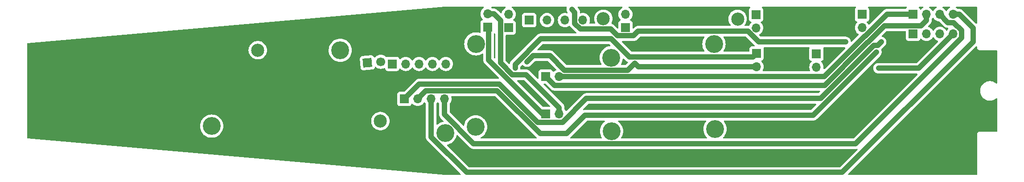
<source format=gbr>
%TF.GenerationSoftware,KiCad,Pcbnew,8.0.0*%
%TF.CreationDate,2024-10-27T16:20:46-07:00*%
%TF.ProjectId,sled,736c6564-2e6b-4696-9361-645f70636258,rev?*%
%TF.SameCoordinates,Original*%
%TF.FileFunction,Copper,L1,Top*%
%TF.FilePolarity,Positive*%
%FSLAX46Y46*%
G04 Gerber Fmt 4.6, Leading zero omitted, Abs format (unit mm)*
G04 Created by KiCad (PCBNEW 8.0.0) date 2024-10-27 16:20:46*
%MOMM*%
%LPD*%
G01*
G04 APERTURE LIST*
G04 Aperture macros list*
%AMHorizOval*
0 Thick line with rounded ends*
0 $1 width*
0 $2 $3 position (X,Y) of the first rounded end (center of the circle)*
0 $4 $5 position (X,Y) of the second rounded end (center of the circle)*
0 Add line between two ends*
20,1,$1,$2,$3,$4,$5,0*
0 Add two circle primitives to create the rounded ends*
1,1,$1,$2,$3*
1,1,$1,$4,$5*%
%AMRotRect*
0 Rectangle, with rotation*
0 The origin of the aperture is its center*
0 $1 length*
0 $2 width*
0 $3 Rotation angle, in degrees counterclockwise*
0 Add horizontal line*
21,1,$1,$2,0,0,$3*%
G04 Aperture macros list end*
%TA.AperFunction,ComponentPad*%
%ADD10R,1.700000X1.700000*%
%TD*%
%TA.AperFunction,ComponentPad*%
%ADD11O,1.700000X1.700000*%
%TD*%
%TA.AperFunction,ComponentPad*%
%ADD12C,3.400000*%
%TD*%
%TA.AperFunction,ComponentPad*%
%ADD13C,2.500000*%
%TD*%
%TA.AperFunction,ComponentPad*%
%ADD14RotRect,1.700000X1.700000X95.000000*%
%TD*%
%TA.AperFunction,ComponentPad*%
%ADD15HorizOval,1.700000X0.000000X0.000000X0.000000X0.000000X0*%
%TD*%
%TA.AperFunction,ViaPad*%
%ADD16C,1.000000*%
%TD*%
%TA.AperFunction,Conductor*%
%ADD17C,1.000000*%
%TD*%
G04 APERTURE END LIST*
D10*
%TO.P,SW1,1,A*%
%TO.N,Net-(BT2-+)*%
X221828200Y-57962800D03*
D11*
%TO.P,SW1,2,B*%
%TO.N,Net-(J7-Pin_1)*%
X224368200Y-57962800D03*
%TO.P,SW1,3,A*%
%TO.N,Net-(J4-Pin_2)*%
X226908200Y-57962800D03*
%TO.P,SW1,4,B*%
%TO.N,Net-(J4-Pin_1)*%
X229448200Y-57962800D03*
%TD*%
D10*
%TO.P,J11,1,Pin_1*%
%TO.N,Net-(BT3-+)*%
X152064800Y-73207800D03*
D11*
%TO.P,J11,2,Pin_2*%
%TO.N,Net-(BT3--)*%
X154604800Y-73207800D03*
%TD*%
D12*
%TO.P,H7,1*%
%TO.N,N/C*%
X132943600Y-76860400D03*
%TD*%
D10*
%TO.P,J2,1,Pin_1*%
%TO.N,Net-(J10-Pin_1)*%
X125196600Y-70332600D03*
D11*
%TO.P,J2,2,Pin_2*%
%TO.N,Net-(J10-Pin_2)*%
X127736600Y-70332600D03*
%TO.P,J2,3,Pin_3*%
%TO.N,Net-(J2-Pin_3)*%
X130276600Y-70332600D03*
%TO.P,J2,4,Pin_4*%
%TO.N,Net-(J2-Pin_4)*%
X132816600Y-70332600D03*
%TD*%
D10*
%TO.P,J1,1,Pin_1*%
%TO.N,Net-(J1-Pin_1)*%
X122915600Y-63672800D03*
D11*
%TO.P,J1,2,Pin_2*%
%TO.N,unconnected-(J1-Pin_2-Pad2)*%
X125455600Y-63672800D03*
%TO.P,J1,3,Pin_3*%
%TO.N,unconnected-(J1-Pin_3-Pad3)*%
X127995600Y-63672800D03*
%TO.P,J1,4,Pin_4*%
%TO.N,unconnected-(J1-Pin_4-Pad4)*%
X130535600Y-63672800D03*
%TO.P,J1,5,Pin_5*%
%TO.N,Net-(J1-Pin_5)*%
X133075600Y-63672800D03*
%TD*%
D10*
%TO.P,J10,1,Pin_1*%
%TO.N,Net-(J10-Pin_1)*%
X212115400Y-54249400D03*
D11*
%TO.P,J10,2,Pin_2*%
%TO.N,Net-(J10-Pin_2)*%
X212115400Y-56789400D03*
%TD*%
D10*
%TO.P,J5,1,Pin_1*%
%TO.N,Net-(J5-Pin_1)*%
X152039400Y-66070400D03*
D11*
%TO.P,J5,2,Pin_2*%
%TO.N,Net-(J5-Pin_2)*%
X154579400Y-66070400D03*
%TD*%
D13*
%TO.P,H1,1*%
%TO.N,N/C*%
X97358200Y-61061600D03*
%TD*%
D12*
%TO.P,H10,1*%
%TO.N,N/C*%
X138734800Y-75666600D03*
%TD*%
D10*
%TO.P,BT3,1,+*%
%TO.N,Net-(BT3-+)*%
X141000000Y-56686200D03*
D11*
%TO.P,BT3,2,-*%
%TO.N,Net-(BT3--)*%
X141000000Y-54146200D03*
%TD*%
D10*
%TO.P,J4,1,Pin_1*%
%TO.N,Net-(J4-Pin_1)*%
X148902000Y-55346600D03*
D11*
%TO.P,J4,2,Pin_2*%
%TO.N,Net-(J4-Pin_2)*%
X152302000Y-55346600D03*
%TO.P,J4,3,Pin_3*%
%TO.N,Net-(BT4-+)*%
X155702000Y-55346600D03*
%TO.P,J4,4,Pin_4*%
%TO.N,Net-(BT4--)*%
X159102000Y-55346600D03*
%TD*%
D10*
%TO.P,BT1,1,+*%
%TO.N,Net-(BT1-+)*%
X203454000Y-61742400D03*
D11*
%TO.P,BT1,2,-*%
%TO.N,Net-(BT1--)*%
X203454000Y-64282400D03*
%TD*%
D10*
%TO.P,J9,1,Pin_1*%
%TO.N,Net-(BT1-+)*%
X192000000Y-54279800D03*
D11*
%TO.P,J9,2,Pin_2*%
%TO.N,Net-(BT1--)*%
X192000000Y-56819800D03*
%TD*%
D12*
%TO.P,H5,1*%
%TO.N,N/C*%
X88595200Y-75514200D03*
%TD*%
D10*
%TO.P,BT2,1,+*%
%TO.N,Net-(BT2-+)*%
X145000000Y-56775000D03*
D11*
%TO.P,BT2,2,-*%
%TO.N,Net-(BT2--)*%
X145000000Y-54235000D03*
%TD*%
D12*
%TO.P,H9,1*%
%TO.N,N/C*%
X164490400Y-62484000D03*
%TD*%
D10*
%TO.P,J8,1,Pin_1*%
%TO.N,Net-(J1-Pin_1)*%
X192100200Y-61666200D03*
D11*
%TO.P,J8,2,Pin_2*%
%TO.N,Net-(J1-Pin_5)*%
X192100200Y-64206200D03*
%TD*%
D12*
%TO.P,H11,1*%
%TO.N,N/C*%
X183997600Y-59918600D03*
%TD*%
%TO.P,H13,1*%
%TO.N,N/C*%
X164541200Y-76454000D03*
%TD*%
%TO.P,H12,1*%
%TO.N,N/C*%
X184200800Y-76073000D03*
%TD*%
D10*
%TO.P,SW2,1,A*%
%TO.N,Net-(J5-Pin_2)*%
X221777400Y-54244400D03*
D11*
%TO.P,SW2,2,B*%
%TO.N,Net-(J5-Pin_1)*%
X224317400Y-54244400D03*
%TO.P,SW2,3,A*%
%TO.N,Net-(J2-Pin_4)*%
X226857400Y-54244400D03*
%TO.P,SW2,4,B*%
%TO.N,Net-(J2-Pin_3)*%
X229397400Y-54244400D03*
%TD*%
D13*
%TO.P,H2,1*%
%TO.N,N/C*%
X120650000Y-74559400D03*
%TD*%
D12*
%TO.P,H8,1*%
%TO.N,N/C*%
X138785600Y-59867800D03*
%TD*%
D10*
%TO.P,BT4,1,+*%
%TO.N,Net-(BT4-+)*%
X167182800Y-56769000D03*
D11*
%TO.P,BT4,2,-*%
%TO.N,Net-(BT4--)*%
X167182800Y-54229000D03*
%TD*%
D13*
%TO.P,H3,1*%
%TO.N,N/C*%
X163000000Y-55092600D03*
%TD*%
D12*
%TO.P,H6,1*%
%TO.N,N/C*%
X113030000Y-61087000D03*
%TD*%
D13*
%TO.P,H4,1*%
%TO.N,N/C*%
X188500000Y-55118000D03*
%TD*%
D14*
%TO.P,J7,1,Pin_1*%
%TO.N,Net-(J7-Pin_1)*%
X118186200Y-63474600D03*
D15*
%TO.P,J7,2,Pin_2*%
%TO.N,Net-(BT2--)*%
X120716536Y-63253224D03*
%TD*%
D16*
%TO.N,Net-(J1-Pin_1)*%
X146241116Y-64500000D03*
%TO.N,Net-(J1-Pin_5)*%
X148500000Y-63250000D03*
%TO.N,Net-(J10-Pin_2)*%
X214841655Y-61417057D03*
%TO.N,Net-(J10-Pin_1)*%
X215750000Y-59500000D03*
%TO.N,Net-(J4-Pin_1)*%
X215250000Y-64500000D03*
X209000000Y-59500000D03*
X157000000Y-53298600D03*
%TD*%
D17*
%TO.N,Net-(BT3--)*%
X142202081Y-54146200D02*
X143450000Y-55394119D01*
X154604800Y-72005719D02*
X154604800Y-73207800D01*
X145723349Y-65750000D02*
X148349081Y-65750000D01*
X143450000Y-55394119D02*
X143450000Y-63476651D01*
X143450000Y-63476651D02*
X145723349Y-65750000D01*
X148349081Y-65750000D02*
X154604800Y-72005719D01*
X141000000Y-54146200D02*
X142202081Y-54146200D01*
%TO.N,Net-(BT3-+)*%
X152064800Y-73207800D02*
X151484093Y-73207800D01*
X151484093Y-73207800D02*
X141185600Y-62909307D01*
X141185600Y-62909307D02*
X141185600Y-56871800D01*
X141185600Y-56871800D02*
X141000000Y-56686200D01*
%TO.N,Net-(J1-Pin_1)*%
X167935344Y-62318600D02*
X164500744Y-58884000D01*
X192100200Y-61666200D02*
X191447800Y-62318600D01*
X191447800Y-62318600D02*
X167935344Y-62318600D01*
X151107116Y-58884000D02*
X146241116Y-63750000D01*
X164500744Y-58884000D02*
X151107116Y-58884000D01*
X146241116Y-63750000D02*
X146241116Y-64500000D01*
%TO.N,Net-(J1-Pin_5)*%
X149625000Y-62125000D02*
X148500000Y-63250000D01*
X167616000Y-64884000D02*
X155634000Y-64884000D01*
X168950256Y-63549744D02*
X167616000Y-64884000D01*
X155634000Y-64884000D02*
X152875000Y-62125000D01*
X152875000Y-62125000D02*
X149625000Y-62125000D01*
X169606713Y-64206200D02*
X168950256Y-63549744D01*
X192100200Y-64206200D02*
X169606713Y-64206200D01*
%TO.N,Net-(J10-Pin_2)*%
X151009944Y-76950000D02*
X155997056Y-76950000D01*
X159497056Y-73450000D02*
X202808712Y-73450000D01*
X202808712Y-73450000D02*
X214841655Y-61417057D01*
X142842544Y-68782600D02*
X151009944Y-76950000D01*
X155997056Y-76950000D02*
X159497056Y-73450000D01*
X127736600Y-70332600D02*
X129286600Y-68782600D01*
X129286600Y-68782600D02*
X142842544Y-68782600D01*
%TO.N,Net-(J2-Pin_4)*%
X132816600Y-73316600D02*
X138354000Y-78854000D01*
X132816600Y-70332600D02*
X132816600Y-73316600D01*
X230998200Y-57292600D02*
X229500000Y-55794400D01*
X210896000Y-78854000D02*
X230998200Y-58751800D01*
X230998200Y-58751800D02*
X230998200Y-57292600D01*
X229500000Y-55794400D02*
X228407400Y-55794400D01*
X228407400Y-55794400D02*
X226857400Y-54244400D01*
X138354000Y-78854000D02*
X210896000Y-78854000D01*
%TO.N,Net-(J10-Pin_1)*%
X215120644Y-60129356D02*
X214361588Y-60129356D01*
X159754632Y-70250000D02*
X155246832Y-74757800D01*
X143257000Y-67500000D02*
X128029200Y-67500000D01*
X128029200Y-67500000D02*
X125196600Y-70332600D01*
X214361588Y-60129356D02*
X204240944Y-70250000D01*
X150514800Y-74757800D02*
X143257000Y-67500000D01*
X155246832Y-74757800D02*
X150514800Y-74757800D01*
X215750000Y-59500000D02*
X215120644Y-60129356D01*
X204240944Y-70250000D02*
X159754632Y-70250000D01*
%TO.N,Net-(J2-Pin_3)*%
X208378456Y-84318600D02*
X137007687Y-84318600D01*
X229397400Y-54244400D02*
X230599481Y-54244400D01*
X230599481Y-54244400D02*
X233200000Y-56844919D01*
X137007687Y-84318600D02*
X130276600Y-77587513D01*
X233200000Y-59497056D02*
X208378456Y-84318600D01*
X233200000Y-56844919D02*
X233200000Y-59497056D01*
X130276600Y-77587513D02*
X130276600Y-70332600D01*
%TO.N,Net-(J4-Pin_1)*%
X192488168Y-59500000D02*
X209000000Y-59500000D01*
X157552000Y-55988632D02*
X158605968Y-57042600D01*
X169589968Y-57461832D02*
X190450000Y-57461832D01*
X215250000Y-64500000D02*
X222911000Y-64500000D01*
X222911000Y-64500000D02*
X229448200Y-57962800D01*
X164356400Y-57042600D02*
X165632800Y-58319000D01*
X158605968Y-57042600D02*
X164356400Y-57042600D01*
X168732800Y-58319000D02*
X169589968Y-57461832D01*
X157000000Y-53298600D02*
X157552000Y-53850600D01*
X165632800Y-58319000D02*
X168732800Y-58319000D01*
X157552000Y-53850600D02*
X157552000Y-55988632D01*
X190450000Y-57461832D02*
X192488168Y-59500000D01*
%TO.N,Net-(J5-Pin_2)*%
X154593000Y-66084000D02*
X154579400Y-66070400D01*
X204937431Y-66084000D02*
X154593000Y-66084000D01*
X212682031Y-58339400D02*
X204937431Y-66084000D01*
X221777400Y-54244400D02*
X216852432Y-54244400D01*
X212757432Y-58339400D02*
X212682031Y-58339400D01*
X216852432Y-54244400D02*
X212757432Y-58339400D01*
%TO.N,Net-(J5-Pin_1)*%
X212353954Y-60439934D02*
X205043888Y-67750000D01*
X153719000Y-67750000D02*
X152039400Y-66070400D01*
X224317400Y-55446481D02*
X223351081Y-56412800D01*
X213179087Y-59539400D02*
X212353954Y-60364533D01*
X212353954Y-60364533D02*
X212353954Y-60439934D01*
X223351081Y-56412800D02*
X216381088Y-56412800D01*
X205043888Y-67750000D02*
X153719000Y-67750000D01*
X216381088Y-56412800D02*
X213254488Y-59539400D01*
X224317400Y-54244400D02*
X224317400Y-55446481D01*
X213254488Y-59539400D02*
X213179087Y-59539400D01*
%TD*%
%TA.AperFunction,NonConductor*%
G36*
X223729011Y-52818785D02*
G01*
X223774766Y-52871589D01*
X223784710Y-52940747D01*
X223755685Y-53004303D01*
X223714377Y-53035482D01*
X223639571Y-53070364D01*
X223639569Y-53070365D01*
X223446000Y-53205903D01*
X223324073Y-53327830D01*
X223262750Y-53361314D01*
X223193058Y-53356330D01*
X223137125Y-53314458D01*
X223120210Y-53283481D01*
X223071197Y-53152071D01*
X223071193Y-53152064D01*
X223010032Y-53070365D01*
X222984946Y-53036854D01*
X222965591Y-53022365D01*
X222923722Y-52966433D01*
X222918738Y-52896741D01*
X222952223Y-52835418D01*
X223013547Y-52801934D01*
X223039904Y-52799100D01*
X223661972Y-52799100D01*
X223729011Y-52818785D01*
G37*
%TD.AperFunction*%
%TA.AperFunction,NonConductor*%
G36*
X228809011Y-52818785D02*
G01*
X228854766Y-52871589D01*
X228864710Y-52940747D01*
X228835685Y-53004303D01*
X228794377Y-53035482D01*
X228719571Y-53070364D01*
X228719569Y-53070365D01*
X228525997Y-53205905D01*
X228358905Y-53372997D01*
X228228975Y-53558558D01*
X228174398Y-53602183D01*
X228104900Y-53609377D01*
X228042545Y-53577854D01*
X228025825Y-53558558D01*
X227895894Y-53372997D01*
X227728802Y-53205906D01*
X227728795Y-53205901D01*
X227706807Y-53190505D01*
X227651918Y-53152071D01*
X227535234Y-53070367D01*
X227535230Y-53070365D01*
X227515072Y-53060965D01*
X227460422Y-53035481D01*
X227407984Y-52989310D01*
X227388832Y-52922116D01*
X227409048Y-52855235D01*
X227462213Y-52809900D01*
X227512828Y-52799100D01*
X228741972Y-52799100D01*
X228809011Y-52818785D01*
G37*
%TD.AperFunction*%
%TA.AperFunction,NonConductor*%
G36*
X226269011Y-52818785D02*
G01*
X226314766Y-52871589D01*
X226324710Y-52940747D01*
X226295685Y-53004303D01*
X226254377Y-53035482D01*
X226179571Y-53070364D01*
X226179569Y-53070365D01*
X225985997Y-53205905D01*
X225818905Y-53372997D01*
X225688975Y-53558558D01*
X225634398Y-53602183D01*
X225564900Y-53609377D01*
X225502545Y-53577854D01*
X225485825Y-53558558D01*
X225355894Y-53372997D01*
X225188802Y-53205906D01*
X225188795Y-53205901D01*
X225166807Y-53190505D01*
X225111918Y-53152071D01*
X224995234Y-53070367D01*
X224995230Y-53070365D01*
X224975072Y-53060965D01*
X224920422Y-53035481D01*
X224867984Y-52989310D01*
X224848832Y-52922116D01*
X224869048Y-52855235D01*
X224922213Y-52809900D01*
X224972828Y-52799100D01*
X226201972Y-52799100D01*
X226269011Y-52818785D01*
G37*
%TD.AperFunction*%
%TA.AperFunction,NonConductor*%
G36*
X144391453Y-52818785D02*
G01*
X144437208Y-52871589D01*
X144447152Y-52940747D01*
X144418127Y-53004303D01*
X144376819Y-53035482D01*
X144322171Y-53060964D01*
X144322169Y-53060965D01*
X144128597Y-53196505D01*
X143961505Y-53363597D01*
X143825965Y-53557169D01*
X143825964Y-53557171D01*
X143726098Y-53771335D01*
X143726094Y-53771344D01*
X143679412Y-53945567D01*
X143643047Y-54005228D01*
X143580200Y-54035757D01*
X143510824Y-54027462D01*
X143471956Y-54001155D01*
X142983560Y-53512759D01*
X142983540Y-53512737D01*
X142839866Y-53369063D01*
X142839862Y-53369060D01*
X142676001Y-53259571D01*
X142675988Y-53259564D01*
X142532329Y-53200060D01*
X142493917Y-53184149D01*
X142493909Y-53184147D01*
X142357777Y-53157069D01*
X142300624Y-53145700D01*
X142300622Y-53145700D01*
X141960758Y-53145700D01*
X141893719Y-53126015D01*
X141873077Y-53109381D01*
X141871402Y-53107706D01*
X141871396Y-53107701D01*
X141752822Y-53024675D01*
X141709197Y-52970098D01*
X141702003Y-52900600D01*
X141733526Y-52838245D01*
X141793756Y-52802831D01*
X141823945Y-52799100D01*
X144324414Y-52799100D01*
X144391453Y-52818785D01*
G37*
%TD.AperFunction*%
%TA.AperFunction,NonConductor*%
G36*
X233916670Y-52818785D02*
G01*
X233962425Y-52871589D01*
X233973631Y-52923100D01*
X233973631Y-55904268D01*
X233953946Y-55971307D01*
X233901142Y-56017062D01*
X233831984Y-56027006D01*
X233768428Y-55997981D01*
X233761950Y-55991949D01*
X231380960Y-53610959D01*
X231380940Y-53610937D01*
X231237266Y-53467263D01*
X231237262Y-53467260D01*
X231073401Y-53357771D01*
X231073388Y-53357764D01*
X230930551Y-53298600D01*
X230930550Y-53298600D01*
X230891317Y-53282349D01*
X230891309Y-53282347D01*
X230723158Y-53248900D01*
X230723156Y-53248899D01*
X230698022Y-53243900D01*
X230358158Y-53243900D01*
X230291119Y-53224215D01*
X230270477Y-53207581D01*
X230268802Y-53205906D01*
X230268795Y-53205901D01*
X230246807Y-53190505D01*
X230191918Y-53152071D01*
X230075234Y-53070367D01*
X230075230Y-53070365D01*
X230055072Y-53060965D01*
X230000422Y-53035481D01*
X229947984Y-52989310D01*
X229928832Y-52922116D01*
X229949048Y-52855235D01*
X230002213Y-52809900D01*
X230052828Y-52799100D01*
X233849631Y-52799100D01*
X233916670Y-52818785D01*
G37*
%TD.AperFunction*%
%TA.AperFunction,NonConductor*%
G36*
X220581935Y-52818785D02*
G01*
X220627690Y-52871589D01*
X220637634Y-52940747D01*
X220608609Y-53004303D01*
X220589210Y-53022363D01*
X220569854Y-53036854D01*
X220569853Y-53036855D01*
X220569852Y-53036856D01*
X220483606Y-53152064D01*
X220483604Y-53152068D01*
X220483604Y-53152069D01*
X220479439Y-53163234D01*
X220437571Y-53219166D01*
X220372107Y-53243584D01*
X220363259Y-53243900D01*
X216957107Y-53243900D01*
X216957087Y-53243899D01*
X216950973Y-53243899D01*
X216753892Y-53243899D01*
X216753889Y-53243899D01*
X216560604Y-53282346D01*
X216560596Y-53282348D01*
X216378520Y-53357766D01*
X216378511Y-53357771D01*
X216214651Y-53467259D01*
X213503988Y-56177922D01*
X213442665Y-56211407D01*
X213372973Y-56206423D01*
X213317040Y-56164551D01*
X213303925Y-56142645D01*
X213289437Y-56111576D01*
X213289434Y-56111570D01*
X213289433Y-56111569D01*
X213175181Y-55948399D01*
X213153896Y-55918000D01*
X213094324Y-55858428D01*
X213031967Y-55796071D01*
X212998484Y-55734751D01*
X213003468Y-55665059D01*
X213045339Y-55609125D01*
X213076315Y-55592210D01*
X213207731Y-55543196D01*
X213322946Y-55456946D01*
X213409196Y-55341731D01*
X213459491Y-55206883D01*
X213465900Y-55147273D01*
X213465899Y-53351528D01*
X213459491Y-53291917D01*
X213455922Y-53282349D01*
X213409196Y-53157069D01*
X213409193Y-53157064D01*
X213322947Y-53041855D01*
X213322944Y-53041852D01*
X213296914Y-53022366D01*
X213255043Y-52966433D01*
X213250059Y-52896741D01*
X213283545Y-52835418D01*
X213344868Y-52801934D01*
X213371225Y-52799100D01*
X214777290Y-52799100D01*
X220514896Y-52799100D01*
X220581935Y-52818785D01*
G37*
%TD.AperFunction*%
%TA.AperFunction,NonConductor*%
G36*
X190851823Y-52818785D02*
G01*
X190897578Y-52871589D01*
X190907522Y-52940747D01*
X190878497Y-53004303D01*
X190859097Y-53022364D01*
X190792454Y-53072254D01*
X190792453Y-53072255D01*
X190792452Y-53072256D01*
X190706206Y-53187464D01*
X190706202Y-53187471D01*
X190655908Y-53322317D01*
X190649501Y-53381916D01*
X190649501Y-53381923D01*
X190649500Y-53381935D01*
X190649500Y-55177670D01*
X190649501Y-55177676D01*
X190655908Y-55237283D01*
X190706202Y-55372128D01*
X190706206Y-55372135D01*
X190792452Y-55487344D01*
X190792455Y-55487347D01*
X190907664Y-55573593D01*
X190907671Y-55573597D01*
X191039081Y-55622610D01*
X191095015Y-55664481D01*
X191119432Y-55729945D01*
X191104580Y-55798218D01*
X191083430Y-55826473D01*
X190961503Y-55948400D01*
X190825965Y-56141969D01*
X190825964Y-56141971D01*
X190726098Y-56356135D01*
X190726093Y-56356147D01*
X190720409Y-56377361D01*
X190684043Y-56437020D01*
X190621196Y-56467548D01*
X190576442Y-56466882D01*
X190548542Y-56461332D01*
X190548541Y-56461332D01*
X189925190Y-56461332D01*
X189858151Y-56441647D01*
X189812396Y-56388843D01*
X189802452Y-56319685D01*
X189828243Y-56260019D01*
X189950386Y-56106857D01*
X190081568Y-55879643D01*
X190177420Y-55635416D01*
X190235802Y-55379630D01*
X190237473Y-55357329D01*
X190255408Y-55118004D01*
X190255408Y-55117995D01*
X190235803Y-54856379D01*
X190235802Y-54856374D01*
X190235802Y-54856370D01*
X190177420Y-54600584D01*
X190081568Y-54356357D01*
X189950386Y-54129143D01*
X189786805Y-53924019D01*
X189786804Y-53924018D01*
X189786801Y-53924014D01*
X189594479Y-53745567D01*
X189503194Y-53683330D01*
X189377704Y-53597772D01*
X189377700Y-53597770D01*
X189377697Y-53597768D01*
X189377696Y-53597767D01*
X189141325Y-53483938D01*
X189141327Y-53483938D01*
X188890623Y-53406606D01*
X188890619Y-53406605D01*
X188890615Y-53406604D01*
X188765823Y-53387794D01*
X188631187Y-53367500D01*
X188631182Y-53367500D01*
X188368818Y-53367500D01*
X188368812Y-53367500D01*
X188207247Y-53391853D01*
X188109385Y-53406604D01*
X188109382Y-53406605D01*
X188109376Y-53406606D01*
X187858673Y-53483938D01*
X187622303Y-53597767D01*
X187622302Y-53597768D01*
X187405520Y-53745567D01*
X187213198Y-53924014D01*
X187049614Y-54129143D01*
X186918432Y-54356356D01*
X186822582Y-54600578D01*
X186822576Y-54600597D01*
X186764197Y-54856374D01*
X186764196Y-54856379D01*
X186744592Y-55117995D01*
X186744592Y-55118004D01*
X186764196Y-55379620D01*
X186764197Y-55379625D01*
X186764197Y-55379629D01*
X186764198Y-55379630D01*
X186767113Y-55392403D01*
X186822576Y-55635402D01*
X186822578Y-55635411D01*
X186822580Y-55635416D01*
X186918432Y-55879643D01*
X187049614Y-56106857D01*
X187159362Y-56244476D01*
X187171757Y-56260019D01*
X187198166Y-56324706D01*
X187185409Y-56393401D01*
X187137539Y-56444295D01*
X187074810Y-56461332D01*
X169694643Y-56461332D01*
X169694623Y-56461331D01*
X169688509Y-56461331D01*
X169491428Y-56461331D01*
X169491425Y-56461331D01*
X169298140Y-56499778D01*
X169298132Y-56499780D01*
X169116056Y-56575198D01*
X169116047Y-56575203D01*
X168952187Y-56684691D01*
X168952183Y-56684694D01*
X168744980Y-56891898D01*
X168683657Y-56925383D01*
X168613965Y-56920399D01*
X168558032Y-56878527D01*
X168533615Y-56813063D01*
X168533299Y-56804217D01*
X168533299Y-55871129D01*
X168533298Y-55871123D01*
X168533297Y-55871116D01*
X168526891Y-55811517D01*
X168526423Y-55810263D01*
X168476597Y-55676671D01*
X168476593Y-55676664D01*
X168390347Y-55561455D01*
X168390344Y-55561452D01*
X168275135Y-55475206D01*
X168275128Y-55475202D01*
X168143717Y-55426189D01*
X168087783Y-55384318D01*
X168063366Y-55318853D01*
X168078218Y-55250580D01*
X168099363Y-55222332D01*
X168221295Y-55100401D01*
X168356835Y-54906830D01*
X168456703Y-54692663D01*
X168517863Y-54464408D01*
X168538459Y-54229000D01*
X168517863Y-53993592D01*
X168456703Y-53765337D01*
X168356835Y-53551171D01*
X168354600Y-53547978D01*
X168221294Y-53357597D01*
X168054202Y-53190506D01*
X168054195Y-53190501D01*
X168045123Y-53184149D01*
X168007196Y-53157592D01*
X167860634Y-53054967D01*
X167860630Y-53054965D01*
X167848314Y-53049222D01*
X167818847Y-53035481D01*
X167766409Y-52989310D01*
X167747257Y-52922116D01*
X167767473Y-52855235D01*
X167820638Y-52809901D01*
X167871253Y-52799100D01*
X190784784Y-52799100D01*
X190851823Y-52818785D01*
G37*
%TD.AperFunction*%
%TA.AperFunction,NonConductor*%
G36*
X166561386Y-52818785D02*
G01*
X166607141Y-52871589D01*
X166617085Y-52940747D01*
X166588060Y-53004303D01*
X166546752Y-53035482D01*
X166504971Y-53054964D01*
X166504969Y-53054965D01*
X166311397Y-53190505D01*
X166144305Y-53357597D01*
X166008765Y-53551169D01*
X166008764Y-53551171D01*
X165908898Y-53765335D01*
X165908894Y-53765344D01*
X165847738Y-53993586D01*
X165847736Y-53993596D01*
X165827141Y-54228999D01*
X165827141Y-54229000D01*
X165847736Y-54464403D01*
X165847738Y-54464413D01*
X165908894Y-54692655D01*
X165908896Y-54692659D01*
X165908897Y-54692663D01*
X166000481Y-54889064D01*
X166008765Y-54906830D01*
X166008767Y-54906834D01*
X166086328Y-55017601D01*
X166144301Y-55100396D01*
X166144306Y-55100402D01*
X166266230Y-55222326D01*
X166299715Y-55283649D01*
X166294731Y-55353341D01*
X166252859Y-55409274D01*
X166221883Y-55426189D01*
X166090469Y-55475203D01*
X166090464Y-55475206D01*
X165975255Y-55561452D01*
X165975252Y-55561455D01*
X165889006Y-55676664D01*
X165889002Y-55676671D01*
X165838708Y-55811517D01*
X165833665Y-55858428D01*
X165832301Y-55871123D01*
X165832300Y-55871135D01*
X165832300Y-56804218D01*
X165812615Y-56871257D01*
X165759811Y-56917012D01*
X165690653Y-56926956D01*
X165627097Y-56897931D01*
X165620619Y-56891899D01*
X165137879Y-56409159D01*
X165137859Y-56409137D01*
X164994185Y-56265463D01*
X164994181Y-56265460D01*
X164830320Y-56155971D01*
X164830307Y-56155964D01*
X164682306Y-56094661D01*
X164682305Y-56094661D01*
X164648236Y-56080549D01*
X164648228Y-56080547D01*
X164640954Y-56079100D01*
X164579043Y-56046715D01*
X164544469Y-55985999D01*
X164548208Y-55916230D01*
X164557755Y-55895486D01*
X164581568Y-55854243D01*
X164677420Y-55610016D01*
X164735802Y-55354230D01*
X164735869Y-55353341D01*
X164755408Y-55092604D01*
X164755408Y-55092595D01*
X164735803Y-54830979D01*
X164735802Y-54830974D01*
X164735802Y-54830970D01*
X164677420Y-54575184D01*
X164581568Y-54330957D01*
X164450386Y-54103743D01*
X164286805Y-53898619D01*
X164286804Y-53898618D01*
X164286801Y-53898614D01*
X164094479Y-53720167D01*
X164040449Y-53683330D01*
X163877704Y-53572372D01*
X163877700Y-53572370D01*
X163877697Y-53572368D01*
X163877696Y-53572367D01*
X163641325Y-53458538D01*
X163641327Y-53458538D01*
X163390623Y-53381206D01*
X163390619Y-53381205D01*
X163390615Y-53381204D01*
X163258656Y-53361314D01*
X163131187Y-53342100D01*
X163131182Y-53342100D01*
X162868818Y-53342100D01*
X162868812Y-53342100D01*
X162726184Y-53363599D01*
X162609385Y-53381204D01*
X162609382Y-53381205D01*
X162609376Y-53381206D01*
X162358673Y-53458538D01*
X162122303Y-53572367D01*
X162122302Y-53572368D01*
X161905520Y-53720167D01*
X161713198Y-53898614D01*
X161549614Y-54103743D01*
X161418432Y-54330956D01*
X161322582Y-54575178D01*
X161322576Y-54575197D01*
X161264197Y-54830974D01*
X161264196Y-54830979D01*
X161244592Y-55092595D01*
X161244592Y-55092604D01*
X161264196Y-55354220D01*
X161264197Y-55354225D01*
X161322576Y-55610002D01*
X161322582Y-55610021D01*
X161418430Y-55854240D01*
X161419504Y-55856099D01*
X161419685Y-55856845D01*
X161420447Y-55858428D01*
X161420108Y-55858590D01*
X161435977Y-55923999D01*
X161413125Y-55990026D01*
X161358204Y-56033217D01*
X161312117Y-56042100D01*
X160462436Y-56042100D01*
X160395397Y-56022415D01*
X160349642Y-55969611D01*
X160339698Y-55900453D01*
X160350053Y-55865698D01*
X160375903Y-55810263D01*
X160437063Y-55582008D01*
X160457659Y-55346600D01*
X160456705Y-55335701D01*
X160451263Y-55273495D01*
X160437063Y-55111192D01*
X160375903Y-54882937D01*
X160276035Y-54668771D01*
X160234788Y-54609863D01*
X160140494Y-54475197D01*
X159973402Y-54308106D01*
X159973395Y-54308101D01*
X159779834Y-54172567D01*
X159779830Y-54172565D01*
X159723288Y-54146199D01*
X159565663Y-54072697D01*
X159565659Y-54072696D01*
X159565655Y-54072694D01*
X159337413Y-54011538D01*
X159337403Y-54011536D01*
X159102001Y-53990941D01*
X159101999Y-53990941D01*
X158866596Y-54011536D01*
X158866583Y-54011539D01*
X158708592Y-54053871D01*
X158638742Y-54052208D01*
X158580880Y-54013045D01*
X158553377Y-53948816D01*
X158552500Y-53934096D01*
X158552500Y-53752056D01*
X158524429Y-53610937D01*
X158521700Y-53597218D01*
X158514051Y-53558764D01*
X158476149Y-53467261D01*
X158438632Y-53376686D01*
X158436167Y-53372997D01*
X158329139Y-53212817D01*
X158186686Y-53070364D01*
X158186655Y-53070335D01*
X158127101Y-53010781D01*
X158093616Y-52949458D01*
X158098600Y-52879766D01*
X158140472Y-52823833D01*
X158205936Y-52799416D01*
X158214782Y-52799100D01*
X166494347Y-52799100D01*
X166561386Y-52818785D01*
G37*
%TD.AperFunction*%
%TA.AperFunction,NonConductor*%
G36*
X225672255Y-54910946D02*
G01*
X225688975Y-54930242D01*
X225815680Y-55111196D01*
X225818905Y-55115801D01*
X225985999Y-55282895D01*
X226070031Y-55341735D01*
X226179565Y-55418432D01*
X226179567Y-55418433D01*
X226179570Y-55418435D01*
X226393737Y-55518303D01*
X226621992Y-55579463D01*
X226747497Y-55590443D01*
X226812565Y-55615895D01*
X226824370Y-55626290D01*
X227627135Y-56429055D01*
X227627164Y-56429086D01*
X227769614Y-56571536D01*
X227769618Y-56571539D01*
X227933482Y-56681030D01*
X227933484Y-56681030D01*
X227933486Y-56681032D01*
X228043650Y-56726663D01*
X228115564Y-56756451D01*
X228212212Y-56775675D01*
X228260535Y-56785287D01*
X228308858Y-56794900D01*
X228308859Y-56794900D01*
X228308860Y-56794900D01*
X228406841Y-56794900D01*
X228473880Y-56814585D01*
X228519635Y-56867389D01*
X228529579Y-56936547D01*
X228500554Y-57000103D01*
X228494522Y-57006581D01*
X228409705Y-57091397D01*
X228279775Y-57276958D01*
X228225198Y-57320583D01*
X228155700Y-57327777D01*
X228093345Y-57296254D01*
X228076625Y-57276958D01*
X227946694Y-57091397D01*
X227779602Y-56924306D01*
X227779595Y-56924301D01*
X227774022Y-56920399D01*
X227740721Y-56897081D01*
X227586034Y-56788767D01*
X227586030Y-56788765D01*
X227546026Y-56770111D01*
X227371863Y-56688897D01*
X227371859Y-56688896D01*
X227371855Y-56688894D01*
X227143613Y-56627738D01*
X227143603Y-56627736D01*
X226908201Y-56607141D01*
X226908199Y-56607141D01*
X226672796Y-56627736D01*
X226672786Y-56627738D01*
X226444544Y-56688894D01*
X226444535Y-56688898D01*
X226230371Y-56788764D01*
X226230369Y-56788765D01*
X226036797Y-56924305D01*
X225869705Y-57091397D01*
X225739775Y-57276958D01*
X225685198Y-57320583D01*
X225615700Y-57327777D01*
X225553345Y-57296254D01*
X225536625Y-57276958D01*
X225406694Y-57091397D01*
X225239602Y-56924306D01*
X225239595Y-56924301D01*
X225234022Y-56920399D01*
X225200721Y-56897081D01*
X225046034Y-56788767D01*
X225046030Y-56788765D01*
X225006026Y-56770111D01*
X224831863Y-56688897D01*
X224831859Y-56688896D01*
X224831855Y-56688894D01*
X224769624Y-56672220D01*
X224709963Y-56635855D01*
X224679434Y-56573008D01*
X224687729Y-56503633D01*
X224714032Y-56464767D01*
X225094539Y-56084263D01*
X225105555Y-56067777D01*
X225118490Y-56048419D01*
X225118490Y-56048418D01*
X225132797Y-56027006D01*
X225204032Y-55920395D01*
X225264463Y-55774500D01*
X225279451Y-55738317D01*
X225317900Y-55545022D01*
X225317900Y-55347941D01*
X225317900Y-55205158D01*
X225337585Y-55138119D01*
X225354219Y-55117477D01*
X225355895Y-55115801D01*
X225485825Y-54930242D01*
X225540402Y-54886617D01*
X225609900Y-54879423D01*
X225672255Y-54910946D01*
G37*
%TD.AperFunction*%
%TA.AperFunction,NonConductor*%
G36*
X210926614Y-52818785D02*
G01*
X210972369Y-52871589D01*
X210982313Y-52940747D01*
X210953288Y-53004303D01*
X210933886Y-53022366D01*
X210907855Y-53041852D01*
X210907852Y-53041855D01*
X210821606Y-53157064D01*
X210821604Y-53157069D01*
X210771308Y-53291917D01*
X210765437Y-53346528D01*
X210764901Y-53351523D01*
X210764900Y-53351535D01*
X210764900Y-55147270D01*
X210764901Y-55147276D01*
X210771308Y-55206883D01*
X210821602Y-55341728D01*
X210821606Y-55341735D01*
X210907852Y-55456944D01*
X210907855Y-55456947D01*
X211023064Y-55543193D01*
X211023071Y-55543197D01*
X211154481Y-55592210D01*
X211210415Y-55634081D01*
X211234832Y-55699545D01*
X211219980Y-55767818D01*
X211198830Y-55796073D01*
X211076903Y-55918000D01*
X210941365Y-56111569D01*
X210941364Y-56111571D01*
X210841498Y-56325735D01*
X210841494Y-56325744D01*
X210780338Y-56553986D01*
X210780336Y-56553996D01*
X210759741Y-56789399D01*
X210759741Y-56789400D01*
X210780336Y-57024803D01*
X210780338Y-57024813D01*
X210841494Y-57253055D01*
X210841496Y-57253059D01*
X210841497Y-57253063D01*
X210925396Y-57432985D01*
X210941365Y-57467230D01*
X210941367Y-57467234D01*
X211049681Y-57621921D01*
X211070525Y-57651690D01*
X211076901Y-57660795D01*
X211076906Y-57660802D01*
X211243997Y-57827893D01*
X211244003Y-57827898D01*
X211437387Y-57963307D01*
X211481012Y-58017884D01*
X211488206Y-58087382D01*
X211456683Y-58149737D01*
X211453945Y-58152563D01*
X210199798Y-59406710D01*
X210138475Y-59440195D01*
X210068783Y-59435211D01*
X210012850Y-59393339D01*
X209988714Y-59331182D01*
X209987563Y-59319500D01*
X209986024Y-59303868D01*
X209973448Y-59262414D01*
X209970499Y-59250640D01*
X209962051Y-59208165D01*
X209945480Y-59168160D01*
X209941383Y-59156710D01*
X209928814Y-59115273D01*
X209908401Y-59077084D01*
X209903201Y-59066090D01*
X209903200Y-59066087D01*
X209886632Y-59026086D01*
X209862572Y-58990078D01*
X209856316Y-58979640D01*
X209835911Y-58941464D01*
X209835910Y-58941462D01*
X209808438Y-58907988D01*
X209801194Y-58898219D01*
X209777140Y-58862219D01*
X209777136Y-58862214D01*
X209746520Y-58831599D01*
X209738346Y-58822581D01*
X209732939Y-58815993D01*
X209710883Y-58789117D01*
X209677410Y-58761646D01*
X209668401Y-58753479D01*
X209637787Y-58722865D01*
X209637783Y-58722862D01*
X209637780Y-58722860D01*
X209601782Y-58698806D01*
X209601772Y-58698799D01*
X209592002Y-58691552D01*
X209558543Y-58664094D01*
X209558535Y-58664088D01*
X209541436Y-58654948D01*
X209520348Y-58643677D01*
X209509918Y-58637425D01*
X209473918Y-58613370D01*
X209473914Y-58613368D01*
X209433915Y-58596800D01*
X209422913Y-58591597D01*
X209384729Y-58571187D01*
X209384728Y-58571186D01*
X209384727Y-58571186D01*
X209343277Y-58558612D01*
X209331834Y-58554517D01*
X209291834Y-58537948D01*
X209291827Y-58537946D01*
X209249378Y-58529503D01*
X209237575Y-58526547D01*
X209196134Y-58513976D01*
X209196130Y-58513975D01*
X209153035Y-58509730D01*
X209141006Y-58507945D01*
X209098544Y-58499500D01*
X209098541Y-58499500D01*
X209055244Y-58499500D01*
X209043090Y-58498903D01*
X209040531Y-58498651D01*
X209000000Y-58494659D01*
X208959469Y-58498651D01*
X208956910Y-58498903D01*
X208944756Y-58499500D01*
X192953950Y-58499500D01*
X192886911Y-58479815D01*
X192866269Y-58463181D01*
X192611476Y-58208388D01*
X192577991Y-58147065D01*
X192582975Y-58077373D01*
X192624847Y-58021440D01*
X192646741Y-58008331D01*
X192677830Y-57993835D01*
X192871401Y-57858295D01*
X193038495Y-57691201D01*
X193174035Y-57497630D01*
X193273903Y-57283463D01*
X193335063Y-57055208D01*
X193355659Y-56819800D01*
X193353480Y-56794900D01*
X193339963Y-56640396D01*
X193335063Y-56584392D01*
X193273903Y-56356137D01*
X193174035Y-56141971D01*
X193152752Y-56111576D01*
X193038496Y-55948400D01*
X192985578Y-55895482D01*
X192916567Y-55826471D01*
X192883084Y-55765151D01*
X192888068Y-55695459D01*
X192929939Y-55639525D01*
X192960915Y-55622610D01*
X193092331Y-55573596D01*
X193207546Y-55487346D01*
X193293796Y-55372131D01*
X193344091Y-55237283D01*
X193350500Y-55177673D01*
X193350499Y-53381928D01*
X193344091Y-53322317D01*
X193332752Y-53291916D01*
X193293797Y-53187471D01*
X193293793Y-53187464D01*
X193230160Y-53102462D01*
X193207546Y-53072254D01*
X193140904Y-53022365D01*
X193099034Y-52966433D01*
X193094050Y-52896741D01*
X193127535Y-52835418D01*
X193188859Y-52801934D01*
X193215216Y-52799100D01*
X210859575Y-52799100D01*
X210926614Y-52818785D01*
G37*
%TD.AperFunction*%
%TA.AperFunction,NonConductor*%
G36*
X190051257Y-58482017D02*
G01*
X190071899Y-58498651D01*
X191677267Y-60104019D01*
X191710752Y-60165342D01*
X191705768Y-60235034D01*
X191663896Y-60290967D01*
X191598432Y-60315384D01*
X191589586Y-60315700D01*
X191202329Y-60315700D01*
X191202323Y-60315701D01*
X191142716Y-60322108D01*
X191007871Y-60372402D01*
X191007864Y-60372406D01*
X190892655Y-60458652D01*
X190892652Y-60458655D01*
X190806406Y-60573864D01*
X190806402Y-60573871D01*
X190756108Y-60708717D01*
X190750326Y-60762502D01*
X190749701Y-60768323D01*
X190749700Y-60768335D01*
X190749700Y-61194100D01*
X190730015Y-61261139D01*
X190677211Y-61306894D01*
X190625700Y-61318100D01*
X185940990Y-61318100D01*
X185873951Y-61298415D01*
X185828196Y-61245611D01*
X185818252Y-61176453D01*
X185837886Y-61125211D01*
X185907378Y-61021211D01*
X186034959Y-60762502D01*
X186127681Y-60489353D01*
X186183956Y-60206439D01*
X186202822Y-59918600D01*
X186183956Y-59630761D01*
X186127681Y-59347847D01*
X186034959Y-59074698D01*
X185913429Y-58828259D01*
X185907380Y-58815993D01*
X185907379Y-58815992D01*
X185907378Y-58815989D01*
X185799956Y-58655221D01*
X185779079Y-58588545D01*
X185797564Y-58521165D01*
X185849543Y-58474475D01*
X185903059Y-58462332D01*
X189984218Y-58462332D01*
X190051257Y-58482017D01*
G37*
%TD.AperFunction*%
%TA.AperFunction,NonConductor*%
G36*
X182159180Y-58482017D02*
G01*
X182204935Y-58534821D01*
X182214879Y-58603979D01*
X182195243Y-58655220D01*
X182129593Y-58753474D01*
X182087819Y-58815993D01*
X181960242Y-59074694D01*
X181867521Y-59347839D01*
X181867517Y-59347854D01*
X181817653Y-59598540D01*
X181811244Y-59630761D01*
X181792378Y-59918600D01*
X181809341Y-60177411D01*
X181811244Y-60206437D01*
X181811246Y-60206449D01*
X181867517Y-60489345D01*
X181867521Y-60489360D01*
X181960242Y-60762505D01*
X182087819Y-61021206D01*
X182087821Y-61021209D01*
X182087822Y-61021211D01*
X182157312Y-61125211D01*
X182178190Y-61191887D01*
X182159705Y-61259267D01*
X182107727Y-61305957D01*
X182054210Y-61318100D01*
X168401126Y-61318100D01*
X168334087Y-61298415D01*
X168313445Y-61281781D01*
X166562845Y-59531181D01*
X166529360Y-59469858D01*
X166534344Y-59400166D01*
X166576216Y-59344233D01*
X166641680Y-59319816D01*
X166650526Y-59319500D01*
X168831343Y-59319500D01*
X168909933Y-59303867D01*
X168944219Y-59297047D01*
X169024636Y-59281051D01*
X169083675Y-59256596D01*
X169206714Y-59205632D01*
X169370582Y-59096139D01*
X169509939Y-58956782D01*
X169509940Y-58956779D01*
X169968071Y-58498648D01*
X170029393Y-58465166D01*
X170055751Y-58462332D01*
X182092141Y-58462332D01*
X182159180Y-58482017D01*
G37*
%TD.AperFunction*%
%TA.AperFunction,NonConductor*%
G36*
X142413181Y-57855413D02*
G01*
X142446666Y-57916736D01*
X142449500Y-57943094D01*
X142449500Y-62458924D01*
X142429815Y-62525963D01*
X142377011Y-62571718D01*
X142307853Y-62581662D01*
X142244297Y-62552637D01*
X142237819Y-62546605D01*
X142222419Y-62531205D01*
X142188934Y-62469882D01*
X142186100Y-62443524D01*
X142186100Y-57963666D01*
X142205785Y-57896627D01*
X142210833Y-57889356D01*
X142226233Y-57868784D01*
X142282166Y-57826912D01*
X142351858Y-57821928D01*
X142413181Y-57855413D01*
G37*
%TD.AperFunction*%
%TA.AperFunction,NonConductor*%
G36*
X156005425Y-52818785D02*
G01*
X156051180Y-52871589D01*
X156061124Y-52940747D01*
X156052948Y-52970551D01*
X156037949Y-53006763D01*
X156037948Y-53006765D01*
X156029503Y-53049222D01*
X156026547Y-53061023D01*
X156013977Y-53102462D01*
X156013975Y-53102469D01*
X156009730Y-53145564D01*
X156007945Y-53157592D01*
X155999500Y-53200054D01*
X155999500Y-53243354D01*
X155998903Y-53255507D01*
X155994659Y-53298599D01*
X155998903Y-53341690D01*
X155999500Y-53353844D01*
X155999500Y-53397143D01*
X156007945Y-53439605D01*
X156009730Y-53451634D01*
X156013975Y-53494730D01*
X156013977Y-53494737D01*
X156026547Y-53536177D01*
X156029503Y-53547978D01*
X156037947Y-53590429D01*
X156037948Y-53590431D01*
X156037949Y-53590436D01*
X156054523Y-53630450D01*
X156058615Y-53641888D01*
X156071185Y-53683325D01*
X156071187Y-53683330D01*
X156091599Y-53721519D01*
X156096800Y-53732515D01*
X156113369Y-53772514D01*
X156113369Y-53772515D01*
X156137422Y-53808513D01*
X156143676Y-53818947D01*
X156163471Y-53855980D01*
X156177713Y-53924381D01*
X156152714Y-53989625D01*
X156096409Y-54030996D01*
X156026676Y-54035359D01*
X156022020Y-54034208D01*
X155937413Y-54011538D01*
X155937403Y-54011536D01*
X155702001Y-53990941D01*
X155701999Y-53990941D01*
X155466596Y-54011536D01*
X155466586Y-54011538D01*
X155238344Y-54072694D01*
X155238335Y-54072698D01*
X155024171Y-54172564D01*
X155024169Y-54172565D01*
X154830597Y-54308105D01*
X154663505Y-54475197D01*
X154527965Y-54668769D01*
X154527964Y-54668771D01*
X154428098Y-54882935D01*
X154428094Y-54882944D01*
X154366938Y-55111186D01*
X154366936Y-55111196D01*
X154346341Y-55346599D01*
X154346341Y-55346600D01*
X154366936Y-55582003D01*
X154366938Y-55582013D01*
X154428094Y-55810255D01*
X154428096Y-55810259D01*
X154428097Y-55810263D01*
X154503193Y-55971307D01*
X154527965Y-56024430D01*
X154527967Y-56024434D01*
X154588985Y-56111576D01*
X154663505Y-56218001D01*
X154830599Y-56385095D01*
X154911364Y-56441647D01*
X155024165Y-56520632D01*
X155024167Y-56520633D01*
X155024170Y-56520635D01*
X155238337Y-56620503D01*
X155238343Y-56620504D01*
X155238344Y-56620505D01*
X155293285Y-56635226D01*
X155466592Y-56681663D01*
X155643034Y-56697100D01*
X155701999Y-56702259D01*
X155702000Y-56702259D01*
X155702001Y-56702259D01*
X155760966Y-56697100D01*
X155937408Y-56681663D01*
X156165663Y-56620503D01*
X156379830Y-56520635D01*
X156496985Y-56438601D01*
X156563188Y-56416276D01*
X156630955Y-56433286D01*
X156671208Y-56471287D01*
X156774860Y-56626413D01*
X156774863Y-56626417D01*
X156918537Y-56770091D01*
X156918559Y-56770111D01*
X157820267Y-57671819D01*
X157853752Y-57733142D01*
X157848768Y-57802834D01*
X157806896Y-57858767D01*
X157741432Y-57883184D01*
X157732586Y-57883500D01*
X151008571Y-57883500D01*
X150911928Y-57902724D01*
X150815283Y-57921947D01*
X150815277Y-57921949D01*
X150761950Y-57944037D01*
X150761950Y-57944038D01*
X150728190Y-57958022D01*
X150633205Y-57997366D01*
X150633195Y-57997371D01*
X150469335Y-58106859D01*
X150429130Y-58147065D01*
X150329977Y-58246218D01*
X150329974Y-58246221D01*
X145603337Y-62972858D01*
X145603334Y-62972861D01*
X145568348Y-63007847D01*
X145463975Y-63112219D01*
X145354487Y-63276079D01*
X145354482Y-63276089D01*
X145330164Y-63334799D01*
X145301154Y-63404834D01*
X145298600Y-63411000D01*
X145279066Y-63458159D01*
X145279063Y-63458167D01*
X145267963Y-63513976D01*
X145261377Y-63547088D01*
X145259899Y-63554518D01*
X145252544Y-63591491D01*
X145220157Y-63653401D01*
X145159440Y-63687973D01*
X145089671Y-63684232D01*
X145043246Y-63654977D01*
X144486819Y-63098550D01*
X144453334Y-63037227D01*
X144450500Y-63010869D01*
X144450500Y-58249499D01*
X144470185Y-58182460D01*
X144522989Y-58136705D01*
X144574500Y-58125499D01*
X145897871Y-58125499D01*
X145897872Y-58125499D01*
X145957483Y-58119091D01*
X146092331Y-58068796D01*
X146207546Y-57982546D01*
X146293796Y-57867331D01*
X146344091Y-57732483D01*
X146350500Y-57672873D01*
X146350499Y-56244470D01*
X147551500Y-56244470D01*
X147551501Y-56244476D01*
X147557908Y-56304083D01*
X147608202Y-56438928D01*
X147608206Y-56438935D01*
X147694452Y-56554144D01*
X147694455Y-56554147D01*
X147809664Y-56640393D01*
X147809671Y-56640397D01*
X147944517Y-56690691D01*
X147944516Y-56690691D01*
X147951444Y-56691435D01*
X148004127Y-56697100D01*
X149799872Y-56697099D01*
X149859483Y-56690691D01*
X149994331Y-56640396D01*
X150109546Y-56554146D01*
X150195796Y-56438931D01*
X150246091Y-56304083D01*
X150252500Y-56244473D01*
X150252499Y-55346600D01*
X150946341Y-55346600D01*
X150966936Y-55582003D01*
X150966938Y-55582013D01*
X151028094Y-55810255D01*
X151028096Y-55810259D01*
X151028097Y-55810263D01*
X151103193Y-55971307D01*
X151127965Y-56024430D01*
X151127967Y-56024434D01*
X151188985Y-56111576D01*
X151263505Y-56218001D01*
X151430599Y-56385095D01*
X151511364Y-56441647D01*
X151624165Y-56520632D01*
X151624167Y-56520633D01*
X151624170Y-56520635D01*
X151838337Y-56620503D01*
X151838343Y-56620504D01*
X151838344Y-56620505D01*
X151893285Y-56635226D01*
X152066592Y-56681663D01*
X152243034Y-56697100D01*
X152301999Y-56702259D01*
X152302000Y-56702259D01*
X152302001Y-56702259D01*
X152360966Y-56697100D01*
X152537408Y-56681663D01*
X152765663Y-56620503D01*
X152979830Y-56520635D01*
X153173401Y-56385095D01*
X153340495Y-56218001D01*
X153476035Y-56024430D01*
X153575903Y-55810263D01*
X153637063Y-55582008D01*
X153657659Y-55346600D01*
X153656705Y-55335701D01*
X153651263Y-55273495D01*
X153637063Y-55111192D01*
X153575903Y-54882937D01*
X153476035Y-54668771D01*
X153434788Y-54609863D01*
X153340494Y-54475197D01*
X153173402Y-54308106D01*
X153173395Y-54308101D01*
X152979834Y-54172567D01*
X152979830Y-54172565D01*
X152923288Y-54146199D01*
X152765663Y-54072697D01*
X152765659Y-54072696D01*
X152765655Y-54072694D01*
X152537413Y-54011538D01*
X152537403Y-54011536D01*
X152302001Y-53990941D01*
X152301999Y-53990941D01*
X152066596Y-54011536D01*
X152066586Y-54011538D01*
X151838344Y-54072694D01*
X151838335Y-54072698D01*
X151624171Y-54172564D01*
X151624169Y-54172565D01*
X151430597Y-54308105D01*
X151263505Y-54475197D01*
X151127965Y-54668769D01*
X151127964Y-54668771D01*
X151028098Y-54882935D01*
X151028094Y-54882944D01*
X150966938Y-55111186D01*
X150966936Y-55111196D01*
X150946341Y-55346599D01*
X150946341Y-55346600D01*
X150252499Y-55346600D01*
X150252499Y-54448728D01*
X150246091Y-54389117D01*
X150243292Y-54381613D01*
X150195797Y-54254271D01*
X150195793Y-54254264D01*
X150109547Y-54139055D01*
X150109544Y-54139052D01*
X149994335Y-54052806D01*
X149994328Y-54052802D01*
X149859482Y-54002508D01*
X149859483Y-54002508D01*
X149799883Y-53996101D01*
X149799881Y-53996100D01*
X149799873Y-53996100D01*
X149799864Y-53996100D01*
X148004129Y-53996100D01*
X148004123Y-53996101D01*
X147944516Y-54002508D01*
X147809671Y-54052802D01*
X147809664Y-54052806D01*
X147694455Y-54139052D01*
X147694452Y-54139055D01*
X147608206Y-54254264D01*
X147608202Y-54254271D01*
X147557908Y-54389117D01*
X147551501Y-54448716D01*
X147551501Y-54448723D01*
X147551500Y-54448735D01*
X147551500Y-56244470D01*
X146350499Y-56244470D01*
X146350499Y-55877128D01*
X146344091Y-55817517D01*
X146341853Y-55811517D01*
X146293797Y-55682671D01*
X146293793Y-55682664D01*
X146207547Y-55567455D01*
X146207544Y-55567452D01*
X146092335Y-55481206D01*
X146092328Y-55481202D01*
X145960917Y-55432189D01*
X145904983Y-55390318D01*
X145880566Y-55324853D01*
X145895418Y-55256580D01*
X145916563Y-55228332D01*
X146038495Y-55106401D01*
X146174035Y-54912830D01*
X146273903Y-54698663D01*
X146335063Y-54470408D01*
X146355659Y-54235000D01*
X146335063Y-53999592D01*
X146273903Y-53771337D01*
X146174035Y-53557171D01*
X146169833Y-53551169D01*
X146038494Y-53363597D01*
X145871402Y-53196506D01*
X145871395Y-53196501D01*
X145862833Y-53190506D01*
X145815081Y-53157069D01*
X145677834Y-53060967D01*
X145677830Y-53060965D01*
X145652647Y-53049222D01*
X145623180Y-53035481D01*
X145570742Y-52989310D01*
X145551590Y-52922116D01*
X145571806Y-52855235D01*
X145624971Y-52809900D01*
X145675586Y-52799100D01*
X155938386Y-52799100D01*
X156005425Y-52818785D01*
G37*
%TD.AperFunction*%
%TA.AperFunction,NonConductor*%
G36*
X166888005Y-62686184D02*
G01*
X166888535Y-62686711D01*
X167155079Y-62953255D01*
X167155108Y-62953286D01*
X167297558Y-63095736D01*
X167297562Y-63095739D01*
X167461426Y-63205230D01*
X167461428Y-63205230D01*
X167461430Y-63205232D01*
X167577294Y-63253224D01*
X167585841Y-63256764D01*
X167640245Y-63300605D01*
X167662311Y-63366899D01*
X167645032Y-63434598D01*
X167626071Y-63459007D01*
X167237899Y-63847181D01*
X167176576Y-63880666D01*
X167150218Y-63883500D01*
X166433790Y-63883500D01*
X166366751Y-63863815D01*
X166320996Y-63811011D01*
X166311052Y-63741853D01*
X166330686Y-63690611D01*
X166400178Y-63586611D01*
X166527759Y-63327902D01*
X166620481Y-63054753D01*
X166676756Y-62771839D01*
X166677119Y-62766290D01*
X166701141Y-62700681D01*
X166756821Y-62658474D01*
X166826481Y-62653069D01*
X166888005Y-62686184D01*
G37*
%TD.AperFunction*%
%TA.AperFunction,NonConductor*%
G36*
X164102001Y-59904185D02*
G01*
X164122643Y-59920819D01*
X164287688Y-60085864D01*
X164321173Y-60147187D01*
X164316189Y-60216879D01*
X164274317Y-60272812D01*
X164208853Y-60297229D01*
X164208121Y-60297279D01*
X164202575Y-60297642D01*
X164202563Y-60297643D01*
X164202561Y-60297644D01*
X164202554Y-60297645D01*
X164202550Y-60297646D01*
X163919654Y-60353917D01*
X163919639Y-60353921D01*
X163646494Y-60446642D01*
X163387793Y-60574219D01*
X163387786Y-60574223D01*
X163147947Y-60734478D01*
X162931072Y-60924672D01*
X162740878Y-61141547D01*
X162580623Y-61381386D01*
X162580619Y-61381393D01*
X162453042Y-61640094D01*
X162360321Y-61913239D01*
X162360317Y-61913254D01*
X162309963Y-62166405D01*
X162304044Y-62196161D01*
X162285178Y-62484000D01*
X162303680Y-62766292D01*
X162304044Y-62771837D01*
X162304046Y-62771849D01*
X162360317Y-63054745D01*
X162360321Y-63054760D01*
X162453042Y-63327905D01*
X162580619Y-63586606D01*
X162580621Y-63586609D01*
X162580622Y-63586611D01*
X162650112Y-63690611D01*
X162670990Y-63757287D01*
X162652505Y-63824667D01*
X162600527Y-63871357D01*
X162547010Y-63883500D01*
X156099782Y-63883500D01*
X156032743Y-63863815D01*
X156012101Y-63847181D01*
X153656479Y-61491559D01*
X153656459Y-61491537D01*
X153512785Y-61347863D01*
X153512781Y-61347860D01*
X153348920Y-61238371D01*
X153348911Y-61238366D01*
X153242042Y-61194100D01*
X153220165Y-61185038D01*
X153166836Y-61162949D01*
X153166832Y-61162948D01*
X153166828Y-61162946D01*
X153070188Y-61143724D01*
X152973544Y-61124500D01*
X152973541Y-61124500D01*
X150580898Y-61124500D01*
X150513859Y-61104815D01*
X150468104Y-61052011D01*
X150458160Y-60982853D01*
X150487185Y-60919297D01*
X150493217Y-60912819D01*
X151485217Y-59920819D01*
X151546540Y-59887334D01*
X151572898Y-59884500D01*
X164034962Y-59884500D01*
X164102001Y-59904185D01*
G37*
%TD.AperFunction*%
%TA.AperFunction,NonConductor*%
G36*
X208873687Y-60520185D02*
G01*
X208919442Y-60572989D01*
X208929386Y-60642147D01*
X208900361Y-60705703D01*
X208894329Y-60712181D01*
X205001236Y-64605273D01*
X204939913Y-64638758D01*
X204870221Y-64633774D01*
X204814288Y-64591902D01*
X204789871Y-64526438D01*
X204790027Y-64506784D01*
X204791779Y-64486769D01*
X204809659Y-64282400D01*
X204789063Y-64046992D01*
X204736909Y-63852347D01*
X204727905Y-63818744D01*
X204727904Y-63818743D01*
X204727903Y-63818737D01*
X204628035Y-63604571D01*
X204622590Y-63596795D01*
X204492496Y-63411000D01*
X204448395Y-63366899D01*
X204370567Y-63289071D01*
X204337084Y-63227751D01*
X204342068Y-63158059D01*
X204383939Y-63102125D01*
X204414915Y-63085210D01*
X204546331Y-63036196D01*
X204661546Y-62949946D01*
X204747796Y-62834731D01*
X204798091Y-62699883D01*
X204804500Y-62640273D01*
X204804499Y-60844528D01*
X204798091Y-60784917D01*
X204798091Y-60784916D01*
X204754422Y-60667833D01*
X204749438Y-60598141D01*
X204782923Y-60536818D01*
X204844247Y-60503334D01*
X204870604Y-60500500D01*
X208806648Y-60500500D01*
X208873687Y-60520185D01*
G37*
%TD.AperFunction*%
%TA.AperFunction,NonConductor*%
G36*
X202104435Y-60520185D02*
G01*
X202150190Y-60572989D01*
X202160134Y-60642147D01*
X202153578Y-60667833D01*
X202109908Y-60784917D01*
X202103501Y-60844516D01*
X202103501Y-60844523D01*
X202103500Y-60844535D01*
X202103500Y-62640270D01*
X202103501Y-62640276D01*
X202109908Y-62699883D01*
X202160202Y-62834728D01*
X202160206Y-62834735D01*
X202246452Y-62949944D01*
X202246455Y-62949947D01*
X202361664Y-63036193D01*
X202361671Y-63036197D01*
X202493081Y-63085210D01*
X202549015Y-63127081D01*
X202573432Y-63192545D01*
X202558580Y-63260818D01*
X202537430Y-63289073D01*
X202415503Y-63411000D01*
X202279965Y-63604569D01*
X202279964Y-63604571D01*
X202180098Y-63818735D01*
X202180094Y-63818744D01*
X202118938Y-64046986D01*
X202118936Y-64046996D01*
X202098341Y-64282399D01*
X202098341Y-64282400D01*
X202118936Y-64517803D01*
X202118938Y-64517813D01*
X202180094Y-64746055D01*
X202180096Y-64746059D01*
X202180097Y-64746063D01*
X202255188Y-64907095D01*
X202265680Y-64976173D01*
X202237160Y-65039957D01*
X202178684Y-65078196D01*
X202142806Y-65083500D01*
X193372766Y-65083500D01*
X193305727Y-65063815D01*
X193259972Y-65011011D01*
X193250028Y-64941853D01*
X193271194Y-64888373D01*
X193271256Y-64888283D01*
X193274235Y-64884030D01*
X193374103Y-64669863D01*
X193435263Y-64441608D01*
X193455859Y-64206200D01*
X193454921Y-64195484D01*
X193445335Y-64085910D01*
X193435263Y-63970792D01*
X193374103Y-63742537D01*
X193274235Y-63528371D01*
X193272957Y-63526546D01*
X193138696Y-63334800D01*
X193079975Y-63276079D01*
X193016767Y-63212871D01*
X192983284Y-63151551D01*
X192988268Y-63081859D01*
X193030139Y-63025925D01*
X193061115Y-63009010D01*
X193192531Y-62959996D01*
X193307746Y-62873746D01*
X193393996Y-62758531D01*
X193444291Y-62623683D01*
X193450700Y-62564073D01*
X193450699Y-60768328D01*
X193444291Y-60708717D01*
X193443167Y-60705703D01*
X193429043Y-60667832D01*
X193424059Y-60598140D01*
X193457545Y-60536818D01*
X193518869Y-60503333D01*
X193545225Y-60500500D01*
X202037396Y-60500500D01*
X202104435Y-60520185D01*
G37*
%TD.AperFunction*%
%TA.AperFunction,NonConductor*%
G36*
X152476257Y-63145185D02*
G01*
X152496899Y-63161819D01*
X154001318Y-64666238D01*
X154034803Y-64727561D01*
X154029819Y-64797253D01*
X153987947Y-64853186D01*
X153966042Y-64866301D01*
X153901571Y-64896364D01*
X153901569Y-64896365D01*
X153708000Y-65031903D01*
X153586073Y-65153830D01*
X153524750Y-65187314D01*
X153455058Y-65182330D01*
X153399125Y-65140458D01*
X153382210Y-65109481D01*
X153333197Y-64978071D01*
X153333193Y-64978064D01*
X153246947Y-64862855D01*
X153246944Y-64862852D01*
X153131735Y-64776606D01*
X153131728Y-64776602D01*
X152996882Y-64726308D01*
X152996883Y-64726308D01*
X152937283Y-64719901D01*
X152937281Y-64719900D01*
X152937273Y-64719900D01*
X152937264Y-64719900D01*
X151141529Y-64719900D01*
X151141523Y-64719901D01*
X151081916Y-64726308D01*
X150947071Y-64776602D01*
X150947064Y-64776606D01*
X150831855Y-64862852D01*
X150831852Y-64862855D01*
X150745606Y-64978064D01*
X150745602Y-64978071D01*
X150695308Y-65112917D01*
X150688901Y-65172516D01*
X150688900Y-65172535D01*
X150688900Y-66375537D01*
X150669215Y-66442576D01*
X150616411Y-66488331D01*
X150547253Y-66498275D01*
X150483697Y-66469250D01*
X150477219Y-66463218D01*
X149133290Y-65119289D01*
X149133287Y-65119285D01*
X149133287Y-65119286D01*
X149126220Y-65112219D01*
X149126220Y-65112218D01*
X148986863Y-64972861D01*
X148986862Y-64972860D01*
X148986861Y-64972859D01*
X148823001Y-64863371D01*
X148822988Y-64863364D01*
X148661553Y-64796497D01*
X148640917Y-64787949D01*
X148640914Y-64787948D01*
X148640910Y-64787947D01*
X148526203Y-64765131D01*
X148447624Y-64749500D01*
X148447622Y-64749500D01*
X147362683Y-64749500D01*
X147295644Y-64729815D01*
X147249889Y-64677011D01*
X147239945Y-64607853D01*
X147241066Y-64601307D01*
X147241616Y-64598542D01*
X147241616Y-64555244D01*
X147242213Y-64543090D01*
X147243853Y-64526438D01*
X147246457Y-64500000D01*
X147242213Y-64456907D01*
X147241616Y-64444754D01*
X147241616Y-64215781D01*
X147261301Y-64148742D01*
X147277931Y-64128104D01*
X147534067Y-63871967D01*
X147595390Y-63838483D01*
X147665082Y-63843467D01*
X147718515Y-63883467D01*
X147718997Y-63883073D01*
X147720604Y-63885031D01*
X147721015Y-63885339D01*
X147722006Y-63886740D01*
X147722863Y-63887784D01*
X147753474Y-63918394D01*
X147761646Y-63927410D01*
X147789117Y-63960883D01*
X147811978Y-63979645D01*
X147822587Y-63988351D01*
X147831605Y-63996525D01*
X147862213Y-64027134D01*
X147862216Y-64027136D01*
X147862219Y-64027139D01*
X147891923Y-64046986D01*
X147898219Y-64051193D01*
X147907992Y-64058442D01*
X147917315Y-64066093D01*
X147941462Y-64085910D01*
X147979647Y-64106320D01*
X147979651Y-64106322D01*
X147990090Y-64112579D01*
X148026086Y-64136631D01*
X148066087Y-64153201D01*
X148077082Y-64158401D01*
X148115273Y-64178814D01*
X148156721Y-64191387D01*
X148168166Y-64195483D01*
X148208156Y-64212048D01*
X148208157Y-64212048D01*
X148208164Y-64212051D01*
X148250632Y-64220497D01*
X148262424Y-64223451D01*
X148303868Y-64236024D01*
X148346965Y-64240268D01*
X148358991Y-64242052D01*
X148389481Y-64248117D01*
X148401459Y-64250500D01*
X148401460Y-64250500D01*
X148444756Y-64250500D01*
X148456909Y-64251096D01*
X148500000Y-64255341D01*
X148543090Y-64251096D01*
X148555244Y-64250500D01*
X148598541Y-64250500D01*
X148614453Y-64247334D01*
X148641004Y-64242053D01*
X148653036Y-64240268D01*
X148696132Y-64236024D01*
X148737570Y-64223452D01*
X148749370Y-64220497D01*
X148791836Y-64212051D01*
X148831855Y-64195473D01*
X148843275Y-64191387D01*
X148884727Y-64178814D01*
X148922922Y-64158397D01*
X148933901Y-64153204D01*
X148973914Y-64136631D01*
X148991882Y-64124625D01*
X149009908Y-64112580D01*
X149020332Y-64106330D01*
X149058538Y-64085910D01*
X149092020Y-64058430D01*
X149101780Y-64051193D01*
X149137781Y-64027139D01*
X149168394Y-63996524D01*
X149177411Y-63988352D01*
X149181475Y-63985017D01*
X149210883Y-63960883D01*
X149238366Y-63927392D01*
X149246510Y-63918408D01*
X150003102Y-63161819D01*
X150064425Y-63128334D01*
X150090783Y-63125500D01*
X152409218Y-63125500D01*
X152476257Y-63145185D01*
G37*
%TD.AperFunction*%
%TA.AperFunction,NonConductor*%
G36*
X147950338Y-66770185D02*
G01*
X147970980Y-66786819D01*
X152829779Y-71645619D01*
X152863264Y-71706942D01*
X152858280Y-71776634D01*
X152816408Y-71832567D01*
X152750944Y-71856984D01*
X152742098Y-71857300D01*
X151599876Y-71857300D01*
X151532837Y-71837615D01*
X151512195Y-71820981D01*
X149087314Y-69396100D01*
X146653393Y-66962180D01*
X146619909Y-66900858D01*
X146624893Y-66831166D01*
X146666765Y-66775233D01*
X146732229Y-66750816D01*
X146741075Y-66750500D01*
X147883299Y-66750500D01*
X147950338Y-66770185D01*
G37*
%TD.AperFunction*%
%TA.AperFunction,NonConductor*%
G36*
X203360969Y-71270185D02*
G01*
X203406724Y-71322989D01*
X203416668Y-71392147D01*
X203387643Y-71455703D01*
X203381611Y-71462181D01*
X202430611Y-72413181D01*
X202369288Y-72446666D01*
X202342930Y-72449500D01*
X159398510Y-72449500D01*
X159264581Y-72476140D01*
X159194989Y-72469913D01*
X159139812Y-72427049D01*
X159116568Y-72361160D01*
X159132636Y-72293163D01*
X159152706Y-72266845D01*
X160132733Y-71286819D01*
X160194056Y-71253334D01*
X160220414Y-71250500D01*
X203293930Y-71250500D01*
X203360969Y-71270185D01*
G37*
%TD.AperFunction*%
%TA.AperFunction,NonConductor*%
G36*
X151990656Y-67440584D02*
G01*
X152011298Y-67457218D01*
X152938735Y-68384655D01*
X152938764Y-68384686D01*
X153081214Y-68527136D01*
X153081218Y-68527139D01*
X153245082Y-68636630D01*
X153245084Y-68636630D01*
X153245086Y-68636632D01*
X153346677Y-68678712D01*
X153427164Y-68712051D01*
X153523812Y-68731275D01*
X153572135Y-68740887D01*
X153620458Y-68750500D01*
X153620459Y-68750500D01*
X153620460Y-68750500D01*
X153817540Y-68750500D01*
X204026162Y-68750500D01*
X204093201Y-68770185D01*
X204138956Y-68822989D01*
X204148900Y-68892147D01*
X204119875Y-68955703D01*
X204113843Y-68962181D01*
X203862843Y-69213181D01*
X203801520Y-69246666D01*
X203775162Y-69249500D01*
X159656090Y-69249500D01*
X159638460Y-69253007D01*
X159620830Y-69256514D01*
X159620829Y-69256514D01*
X159462803Y-69287947D01*
X159462791Y-69287950D01*
X159411732Y-69309099D01*
X159411733Y-69309100D01*
X159280721Y-69363366D01*
X159280712Y-69363371D01*
X159116851Y-69472859D01*
X159047172Y-69542538D01*
X158977493Y-69612218D01*
X158977490Y-69612221D01*
X155993388Y-72596322D01*
X155932065Y-72629807D01*
X155862373Y-72624823D01*
X155806440Y-72582951D01*
X155793325Y-72561045D01*
X155778837Y-72529976D01*
X155778834Y-72529970D01*
X155771284Y-72519188D01*
X155643295Y-72336399D01*
X155643293Y-72336396D01*
X155641619Y-72334722D01*
X155641115Y-72333800D01*
X155639814Y-72332249D01*
X155640125Y-72331987D01*
X155608134Y-72273399D01*
X155605300Y-72247041D01*
X155605300Y-71907178D01*
X155599680Y-71878928D01*
X155594352Y-71852141D01*
X155566852Y-71713884D01*
X155505362Y-71565435D01*
X155491433Y-71531807D01*
X155491428Y-71531798D01*
X155381940Y-71367938D01*
X155381937Y-71367934D01*
X151646582Y-67632580D01*
X151613097Y-67571257D01*
X151618081Y-67501565D01*
X151659953Y-67445632D01*
X151725417Y-67421215D01*
X151734263Y-67420899D01*
X151923617Y-67420899D01*
X151990656Y-67440584D01*
G37*
%TD.AperFunction*%
%TA.AperFunction,NonConductor*%
G36*
X131631455Y-70999146D02*
G01*
X131648175Y-71018442D01*
X131778101Y-71203996D01*
X131778106Y-71204002D01*
X131779781Y-71205677D01*
X131780282Y-71206595D01*
X131781582Y-71208144D01*
X131781270Y-71208405D01*
X131813266Y-71267000D01*
X131816100Y-71293358D01*
X131816100Y-73415141D01*
X131816100Y-73415143D01*
X131816099Y-73415143D01*
X131854547Y-73608429D01*
X131854550Y-73608439D01*
X131929964Y-73790507D01*
X131929971Y-73790520D01*
X132039460Y-73954381D01*
X132039463Y-73954385D01*
X132183137Y-74098059D01*
X132183159Y-74098079D01*
X132577935Y-74492855D01*
X132611420Y-74554178D01*
X132606436Y-74623870D01*
X132564564Y-74679803D01*
X132514445Y-74702153D01*
X132372854Y-74730317D01*
X132372839Y-74730321D01*
X132099694Y-74823042D01*
X131840993Y-74950619D01*
X131840986Y-74950623D01*
X131601147Y-75110878D01*
X131482859Y-75214614D01*
X131419477Y-75244017D01*
X131350260Y-75234485D01*
X131297185Y-75189045D01*
X131277102Y-75122124D01*
X131277100Y-75121386D01*
X131277100Y-71293358D01*
X131296785Y-71226319D01*
X131313419Y-71205677D01*
X131315095Y-71204001D01*
X131445025Y-71018442D01*
X131499602Y-70974817D01*
X131569100Y-70967623D01*
X131631455Y-70999146D01*
G37*
%TD.AperFunction*%
%TA.AperFunction,NonConductor*%
G36*
X220420739Y-57432985D02*
G01*
X220466494Y-57485789D01*
X220477700Y-57537300D01*
X220477700Y-58860670D01*
X220477701Y-58860676D01*
X220484108Y-58920283D01*
X220534402Y-59055128D01*
X220534406Y-59055135D01*
X220620652Y-59170344D01*
X220620655Y-59170347D01*
X220735864Y-59256593D01*
X220735871Y-59256597D01*
X220870717Y-59306891D01*
X220870716Y-59306891D01*
X220877644Y-59307635D01*
X220930327Y-59313300D01*
X222726072Y-59313299D01*
X222785683Y-59306891D01*
X222920531Y-59256596D01*
X223035746Y-59170346D01*
X223121996Y-59055131D01*
X223171010Y-58923716D01*
X223212881Y-58867784D01*
X223278345Y-58843366D01*
X223346618Y-58858217D01*
X223374873Y-58879369D01*
X223496799Y-59001295D01*
X223589336Y-59066090D01*
X223690365Y-59136832D01*
X223690367Y-59136833D01*
X223690370Y-59136835D01*
X223904537Y-59236703D01*
X224132792Y-59297863D01*
X224309234Y-59313300D01*
X224368199Y-59318459D01*
X224368200Y-59318459D01*
X224368201Y-59318459D01*
X224427166Y-59313300D01*
X224603608Y-59297863D01*
X224831863Y-59236703D01*
X225046030Y-59136835D01*
X225239601Y-59001295D01*
X225406695Y-58834201D01*
X225536625Y-58648642D01*
X225591202Y-58605017D01*
X225660700Y-58597823D01*
X225723055Y-58629346D01*
X225739775Y-58648642D01*
X225861572Y-58822587D01*
X225869705Y-58834201D01*
X226036799Y-59001295D01*
X226129336Y-59066090D01*
X226230365Y-59136832D01*
X226230367Y-59136833D01*
X226230370Y-59136835D01*
X226444537Y-59236703D01*
X226444542Y-59236704D01*
X226444546Y-59236706D01*
X226485385Y-59247648D01*
X226545046Y-59284012D01*
X226575576Y-59346858D01*
X226567282Y-59416234D01*
X226540974Y-59455104D01*
X222532899Y-63463181D01*
X222471576Y-63496666D01*
X222445218Y-63499500D01*
X215305244Y-63499500D01*
X215293090Y-63498903D01*
X215270377Y-63496666D01*
X215250000Y-63494659D01*
X215229623Y-63496666D01*
X215206910Y-63498903D01*
X215194756Y-63499500D01*
X215151453Y-63499500D01*
X215108991Y-63507945D01*
X215096963Y-63509730D01*
X215053867Y-63513976D01*
X215012427Y-63526546D01*
X215000626Y-63529502D01*
X214958166Y-63537948D01*
X214958161Y-63537949D01*
X214918159Y-63554518D01*
X214906707Y-63558616D01*
X214865272Y-63571186D01*
X214827091Y-63591594D01*
X214816093Y-63596795D01*
X214776091Y-63613364D01*
X214740080Y-63637426D01*
X214729645Y-63643680D01*
X214691465Y-63664087D01*
X214691460Y-63664091D01*
X214657990Y-63691557D01*
X214648225Y-63698799D01*
X214612225Y-63722855D01*
X214612219Y-63722860D01*
X214581595Y-63753483D01*
X214572584Y-63761650D01*
X214539117Y-63789117D01*
X214511650Y-63822584D01*
X214503483Y-63831595D01*
X214472860Y-63862219D01*
X214472855Y-63862225D01*
X214448799Y-63898225D01*
X214441557Y-63907990D01*
X214414091Y-63941460D01*
X214414087Y-63941465D01*
X214393680Y-63979645D01*
X214387426Y-63990080D01*
X214363364Y-64026091D01*
X214346795Y-64066093D01*
X214341594Y-64077091D01*
X214321186Y-64115272D01*
X214308616Y-64156707D01*
X214304518Y-64168159D01*
X214287949Y-64208161D01*
X214287948Y-64208166D01*
X214279502Y-64250626D01*
X214276546Y-64262427D01*
X214263976Y-64303867D01*
X214259730Y-64346963D01*
X214257945Y-64358991D01*
X214249500Y-64401453D01*
X214249500Y-64444754D01*
X214248903Y-64456907D01*
X214244659Y-64500000D01*
X214246413Y-64517808D01*
X214248903Y-64543090D01*
X214249500Y-64555244D01*
X214249500Y-64598544D01*
X214257945Y-64641006D01*
X214259730Y-64653035D01*
X214263975Y-64696130D01*
X214263976Y-64696134D01*
X214276547Y-64737575D01*
X214279503Y-64749378D01*
X214287946Y-64791827D01*
X214287948Y-64791834D01*
X214304517Y-64831834D01*
X214308612Y-64843277D01*
X214320975Y-64884030D01*
X214321187Y-64884729D01*
X214341597Y-64922913D01*
X214346800Y-64933915D01*
X214363368Y-64973914D01*
X214363370Y-64973918D01*
X214387425Y-65009918D01*
X214393678Y-65020350D01*
X214404158Y-65039957D01*
X214414088Y-65058535D01*
X214414094Y-65058543D01*
X214441552Y-65092002D01*
X214448799Y-65101772D01*
X214472862Y-65137783D01*
X214472865Y-65137787D01*
X214503479Y-65168401D01*
X214511651Y-65177416D01*
X214539118Y-65210884D01*
X214572581Y-65238346D01*
X214581599Y-65246520D01*
X214612214Y-65277136D01*
X214612219Y-65277140D01*
X214648219Y-65301194D01*
X214657988Y-65308438D01*
X214691462Y-65335910D01*
X214691464Y-65335911D01*
X214729640Y-65356316D01*
X214740078Y-65362572D01*
X214776086Y-65386632D01*
X214816095Y-65403203D01*
X214827091Y-65408404D01*
X214865273Y-65428814D01*
X214906710Y-65441383D01*
X214918160Y-65445480D01*
X214958165Y-65462051D01*
X215000640Y-65470499D01*
X215012414Y-65473448D01*
X215053868Y-65486024D01*
X215096964Y-65490268D01*
X215108990Y-65492052D01*
X215139480Y-65498117D01*
X215151458Y-65500500D01*
X215151459Y-65500500D01*
X215194756Y-65500500D01*
X215206909Y-65501096D01*
X215250000Y-65505341D01*
X215293090Y-65501096D01*
X215305244Y-65500500D01*
X222535218Y-65500500D01*
X222602257Y-65520185D01*
X222648012Y-65572989D01*
X222657956Y-65642147D01*
X222628931Y-65705703D01*
X222622899Y-65712181D01*
X210517899Y-77817181D01*
X210456576Y-77850666D01*
X210430218Y-77853500D01*
X185837388Y-77853500D01*
X185770349Y-77833815D01*
X185724594Y-77781011D01*
X185714650Y-77711853D01*
X185743675Y-77648297D01*
X185755630Y-77636271D01*
X185760128Y-77632326D01*
X185799195Y-77587779D01*
X185950320Y-77415454D01*
X186110578Y-77175611D01*
X186238159Y-76916902D01*
X186330881Y-76643753D01*
X186387156Y-76360839D01*
X186406022Y-76073000D01*
X186387156Y-75785161D01*
X186330881Y-75502247D01*
X186238159Y-75229098D01*
X186110578Y-74970389D01*
X186011894Y-74822698D01*
X185950321Y-74730547D01*
X185885172Y-74656259D01*
X185855769Y-74592877D01*
X185865301Y-74523661D01*
X185910741Y-74470586D01*
X185977662Y-74450502D01*
X185978400Y-74450500D01*
X202907254Y-74450500D01*
X202926582Y-74446655D01*
X203003900Y-74431275D01*
X203100548Y-74412051D01*
X203173495Y-74381835D01*
X203282626Y-74336632D01*
X203446494Y-74227139D01*
X203585851Y-74087782D01*
X203585852Y-74087779D01*
X203592918Y-74080714D01*
X203592921Y-74080710D01*
X215510058Y-62163572D01*
X215519052Y-62155420D01*
X215552538Y-62127940D01*
X215580008Y-62094466D01*
X215588181Y-62085450D01*
X215600610Y-62073021D01*
X215618794Y-62054838D01*
X215642848Y-62018837D01*
X215650085Y-62009077D01*
X215677565Y-61975595D01*
X215697985Y-61937389D01*
X215704235Y-61926965D01*
X215728282Y-61890977D01*
X215728282Y-61890976D01*
X215728286Y-61890971D01*
X215744859Y-61850958D01*
X215750056Y-61839973D01*
X215770469Y-61801784D01*
X215783042Y-61760332D01*
X215787128Y-61748912D01*
X215803706Y-61708893D01*
X215812152Y-61666427D01*
X215815109Y-61654623D01*
X215827679Y-61613189D01*
X215831923Y-61570093D01*
X215833709Y-61558055D01*
X215842155Y-61515597D01*
X215842155Y-61472301D01*
X215842752Y-61460147D01*
X215846996Y-61417057D01*
X215842752Y-61373964D01*
X215842155Y-61361811D01*
X215842155Y-61318516D01*
X215838156Y-61298415D01*
X215833707Y-61276048D01*
X215831923Y-61264019D01*
X215831639Y-61261139D01*
X215827679Y-61220925D01*
X215815106Y-61179481D01*
X215812151Y-61167682D01*
X215811210Y-61162949D01*
X215803706Y-61125221D01*
X215803407Y-61124500D01*
X215787138Y-61085223D01*
X215783042Y-61073778D01*
X215770469Y-61032330D01*
X215765793Y-61023581D01*
X215751552Y-60955178D01*
X215776553Y-60889935D01*
X215787457Y-60877463D01*
X215897783Y-60767138D01*
X215897785Y-60767134D01*
X216418403Y-60246515D01*
X216427397Y-60238363D01*
X216460883Y-60210883D01*
X216488353Y-60177409D01*
X216496526Y-60168393D01*
X216509282Y-60155637D01*
X216527139Y-60137781D01*
X216551193Y-60101780D01*
X216558430Y-60092020D01*
X216585910Y-60058538D01*
X216606330Y-60020332D01*
X216612580Y-60009908D01*
X216636627Y-59973920D01*
X216636627Y-59973919D01*
X216636631Y-59973914D01*
X216653204Y-59933901D01*
X216658401Y-59922916D01*
X216668413Y-59904185D01*
X216678814Y-59884727D01*
X216691387Y-59843275D01*
X216695473Y-59831855D01*
X216712051Y-59791836D01*
X216720497Y-59749370D01*
X216723454Y-59737566D01*
X216725046Y-59732319D01*
X216736024Y-59696132D01*
X216740268Y-59653036D01*
X216742054Y-59640998D01*
X216744091Y-59630761D01*
X216750500Y-59598540D01*
X216750500Y-59555244D01*
X216751097Y-59543090D01*
X216752270Y-59531181D01*
X216755341Y-59500000D01*
X216751097Y-59456907D01*
X216750500Y-59444754D01*
X216750500Y-59401459D01*
X216748117Y-59389481D01*
X216742052Y-59358991D01*
X216740268Y-59346962D01*
X216737563Y-59319500D01*
X216736024Y-59303868D01*
X216723451Y-59262424D01*
X216720496Y-59250625D01*
X216719904Y-59247648D01*
X216712051Y-59208164D01*
X216695482Y-59168165D01*
X216691387Y-59156721D01*
X216678814Y-59115273D01*
X216658402Y-59077084D01*
X216653201Y-59066087D01*
X216636631Y-59026086D01*
X216612579Y-58990090D01*
X216606322Y-58979651D01*
X216606316Y-58979640D01*
X216585910Y-58941462D01*
X216574986Y-58928151D01*
X216558442Y-58907992D01*
X216551193Y-58898219D01*
X216541091Y-58883100D01*
X216527139Y-58862219D01*
X216527136Y-58862216D01*
X216527134Y-58862213D01*
X216496525Y-58831605D01*
X216488351Y-58822587D01*
X216460884Y-58789118D01*
X216427410Y-58761646D01*
X216418394Y-58753474D01*
X216387784Y-58722863D01*
X216387780Y-58722860D01*
X216351781Y-58698806D01*
X216342007Y-58691557D01*
X216308541Y-58664092D01*
X216308539Y-58664091D01*
X216308538Y-58664090D01*
X216270347Y-58643676D01*
X216259913Y-58637422D01*
X216223914Y-58613369D01*
X216183915Y-58596800D01*
X216172919Y-58591599D01*
X216134730Y-58571187D01*
X216134725Y-58571185D01*
X216093288Y-58558615D01*
X216081850Y-58554523D01*
X216041836Y-58537949D01*
X216041829Y-58537947D01*
X215999378Y-58529503D01*
X215987575Y-58526547D01*
X215951293Y-58515541D01*
X215892854Y-58477243D01*
X215864398Y-58413431D01*
X215874958Y-58344364D01*
X215899604Y-58309202D01*
X216759189Y-57449619D01*
X216820512Y-57416134D01*
X216846870Y-57413300D01*
X220353700Y-57413300D01*
X220420739Y-57432985D01*
G37*
%TD.AperFunction*%
%TA.AperFunction,NonConductor*%
G36*
X182490239Y-74470185D02*
G01*
X182535994Y-74522989D01*
X182545938Y-74592147D01*
X182516913Y-74655703D01*
X182516428Y-74656259D01*
X182451278Y-74730547D01*
X182291023Y-74970386D01*
X182291019Y-74970393D01*
X182163442Y-75229094D01*
X182070721Y-75502239D01*
X182070717Y-75502254D01*
X182019787Y-75758300D01*
X182014444Y-75785161D01*
X181995578Y-76073000D01*
X182003473Y-76193461D01*
X182014444Y-76360837D01*
X182014446Y-76360849D01*
X182070717Y-76643745D01*
X182070721Y-76643760D01*
X182163442Y-76916905D01*
X182291019Y-77175606D01*
X182291023Y-77175613D01*
X182451278Y-77415452D01*
X182641471Y-77632326D01*
X182645970Y-77636271D01*
X182683394Y-77695272D01*
X182682980Y-77765141D01*
X182644857Y-77823693D01*
X182581130Y-77852340D01*
X182564212Y-77853500D01*
X166484590Y-77853500D01*
X166417551Y-77833815D01*
X166371796Y-77781011D01*
X166361852Y-77711853D01*
X166381486Y-77660611D01*
X166450978Y-77556611D01*
X166578559Y-77297902D01*
X166671281Y-77024753D01*
X166727556Y-76741839D01*
X166746422Y-76454000D01*
X166727556Y-76166161D01*
X166671281Y-75883247D01*
X166578559Y-75610098D01*
X166450978Y-75351389D01*
X166290720Y-75111546D01*
X166290134Y-75110878D01*
X166100527Y-74894672D01*
X165883657Y-74704482D01*
X165846722Y-74679803D01*
X165843428Y-74677601D01*
X165798623Y-74623990D01*
X165789916Y-74554666D01*
X165820070Y-74491638D01*
X165879513Y-74454918D01*
X165912319Y-74450500D01*
X182423200Y-74450500D01*
X182490239Y-74470185D01*
G37*
%TD.AperFunction*%
%TA.AperFunction,NonConductor*%
G36*
X163237120Y-74470185D02*
G01*
X163282875Y-74522989D01*
X163292819Y-74592147D01*
X163263794Y-74655703D01*
X163238973Y-74677600D01*
X163235678Y-74679803D01*
X163198742Y-74704482D01*
X162981872Y-74894672D01*
X162791678Y-75111547D01*
X162631423Y-75351386D01*
X162631419Y-75351393D01*
X162503842Y-75610094D01*
X162411121Y-75883239D01*
X162411117Y-75883254D01*
X162370999Y-76084945D01*
X162354844Y-76166161D01*
X162342263Y-76358105D01*
X162335978Y-76454000D01*
X162354844Y-76741837D01*
X162354846Y-76741849D01*
X162411117Y-77024745D01*
X162411121Y-77024760D01*
X162503842Y-77297905D01*
X162631419Y-77556606D01*
X162631421Y-77556609D01*
X162631422Y-77556611D01*
X162700912Y-77660611D01*
X162721790Y-77727287D01*
X162703305Y-77794667D01*
X162651327Y-77841357D01*
X162597810Y-77853500D01*
X156807839Y-77853500D01*
X156740800Y-77833815D01*
X156695045Y-77781011D01*
X156685101Y-77711853D01*
X156714126Y-77648297D01*
X156720158Y-77641819D01*
X156743689Y-77618288D01*
X156774195Y-77587782D01*
X156774195Y-77587780D01*
X156784399Y-77577577D01*
X156784402Y-77577572D01*
X159875158Y-74486819D01*
X159936481Y-74453334D01*
X159962839Y-74450500D01*
X163170081Y-74450500D01*
X163237120Y-74470185D01*
G37*
%TD.AperFunction*%
%TA.AperFunction,NonConductor*%
G36*
X142443801Y-69802785D02*
G01*
X142464443Y-69819419D01*
X150229679Y-77584655D01*
X150229708Y-77584686D01*
X150286841Y-77641819D01*
X150320326Y-77703142D01*
X150315342Y-77772834D01*
X150273470Y-77828767D01*
X150208006Y-77853184D01*
X150199160Y-77853500D01*
X139807270Y-77853500D01*
X139740231Y-77833815D01*
X139694476Y-77781011D01*
X139684532Y-77711853D01*
X139713557Y-77648297D01*
X139752426Y-77618288D01*
X139766000Y-77611593D01*
X139837411Y-77576378D01*
X140077254Y-77416120D01*
X140294127Y-77225927D01*
X140484320Y-77009054D01*
X140644578Y-76769211D01*
X140772159Y-76510502D01*
X140864881Y-76237353D01*
X140921156Y-75954439D01*
X140940022Y-75666600D01*
X140921156Y-75378761D01*
X140864881Y-75095847D01*
X140772159Y-74822698D01*
X140644578Y-74563989D01*
X140638349Y-74554666D01*
X140484321Y-74324147D01*
X140294127Y-74107272D01*
X140077252Y-73917078D01*
X139837413Y-73756823D01*
X139837406Y-73756819D01*
X139578705Y-73629242D01*
X139305560Y-73536521D01*
X139305554Y-73536519D01*
X139305553Y-73536519D01*
X139305551Y-73536518D01*
X139305545Y-73536517D01*
X139022649Y-73480246D01*
X139022639Y-73480244D01*
X138734800Y-73461378D01*
X138446961Y-73480244D01*
X138446955Y-73480245D01*
X138446950Y-73480246D01*
X138164054Y-73536517D01*
X138164039Y-73536521D01*
X137890894Y-73629242D01*
X137632193Y-73756819D01*
X137632186Y-73756823D01*
X137392347Y-73917078D01*
X137175472Y-74107272D01*
X136985278Y-74324147D01*
X136825023Y-74563986D01*
X136825019Y-74563993D01*
X136697442Y-74822694D01*
X136604721Y-75095839D01*
X136604717Y-75095854D01*
X136551434Y-75363726D01*
X136519049Y-75425637D01*
X136458333Y-75460211D01*
X136388564Y-75456472D01*
X136342136Y-75427216D01*
X133853419Y-72938499D01*
X133819934Y-72877176D01*
X133817100Y-72850818D01*
X133817100Y-71293358D01*
X133836785Y-71226319D01*
X133853419Y-71205677D01*
X133855095Y-71204001D01*
X133990635Y-71010430D01*
X134090503Y-70796263D01*
X134151663Y-70568008D01*
X134172259Y-70332600D01*
X134151663Y-70097192D01*
X134109328Y-69939193D01*
X134110991Y-69869343D01*
X134150154Y-69811481D01*
X134214382Y-69783977D01*
X134229103Y-69783100D01*
X142376762Y-69783100D01*
X142443801Y-69802785D01*
G37*
%TD.AperFunction*%
%TA.AperFunction,NonConductor*%
G36*
X135264715Y-77196808D02*
G01*
X135311144Y-77226064D01*
X137573735Y-79488655D01*
X137573764Y-79488686D01*
X137716214Y-79631136D01*
X137716218Y-79631139D01*
X137880079Y-79740628D01*
X137880092Y-79740635D01*
X138008833Y-79793961D01*
X138051744Y-79811735D01*
X138062164Y-79816051D01*
X138158812Y-79835275D01*
X138207135Y-79844887D01*
X138255458Y-79854500D01*
X138255459Y-79854500D01*
X210994542Y-79854500D01*
X211013870Y-79850655D01*
X211091188Y-79835275D01*
X211134261Y-79826707D01*
X211203851Y-79832936D01*
X211259027Y-79875800D01*
X211282270Y-79941691D01*
X211266201Y-80009687D01*
X211246129Y-80036006D01*
X208000355Y-83281781D01*
X207939032Y-83315266D01*
X207912674Y-83318100D01*
X137473470Y-83318100D01*
X137406431Y-83298415D01*
X137385789Y-83281781D01*
X133328187Y-79224180D01*
X133294702Y-79162857D01*
X133299686Y-79093165D01*
X133341558Y-79037232D01*
X133391671Y-79014883D01*
X133514353Y-78990481D01*
X133787502Y-78897759D01*
X134046211Y-78770178D01*
X134286054Y-78609920D01*
X134502927Y-78419727D01*
X134693120Y-78202854D01*
X134853378Y-77963011D01*
X134980959Y-77704302D01*
X135073681Y-77431153D01*
X135101847Y-77289548D01*
X135134230Y-77227643D01*
X135194946Y-77193069D01*
X135264715Y-77196808D01*
G37*
%TD.AperFunction*%
%TA.AperFunction,NonConductor*%
G36*
X233892965Y-60321524D02*
G01*
X233948898Y-60363396D01*
X233973315Y-60428860D01*
X233973631Y-60437706D01*
X233973631Y-60619492D01*
X233981824Y-60650069D01*
X234007739Y-60746787D01*
X234020176Y-60768328D01*
X234073631Y-60860914D01*
X234166817Y-60954100D01*
X234280945Y-61019992D01*
X234408239Y-61054100D01*
X234540023Y-61054100D01*
X237659631Y-61054100D01*
X237726670Y-61073785D01*
X237772425Y-61126589D01*
X237783631Y-61178100D01*
X237783631Y-67277745D01*
X237763946Y-67344784D01*
X237711142Y-67390539D01*
X237641984Y-67400483D01*
X237584145Y-67376121D01*
X237430293Y-67258067D01*
X237430292Y-67258066D01*
X237430289Y-67258064D01*
X237220212Y-67136776D01*
X237220205Y-67136773D01*
X236996104Y-67043947D01*
X236761785Y-66981161D01*
X236521289Y-66949500D01*
X236521288Y-66949500D01*
X236278712Y-66949500D01*
X236278711Y-66949500D01*
X236038214Y-66981161D01*
X235803895Y-67043947D01*
X235579794Y-67136773D01*
X235579785Y-67136777D01*
X235369706Y-67258067D01*
X235177263Y-67405733D01*
X235177256Y-67405739D01*
X235005739Y-67577256D01*
X235005733Y-67577263D01*
X234858067Y-67769706D01*
X234736777Y-67979785D01*
X234736773Y-67979794D01*
X234643947Y-68203895D01*
X234581161Y-68438214D01*
X234549500Y-68678711D01*
X234549500Y-68921288D01*
X234576325Y-69125054D01*
X234581162Y-69161789D01*
X234602191Y-69240269D01*
X234643947Y-69396104D01*
X234675741Y-69472861D01*
X234736776Y-69620212D01*
X234858064Y-69830289D01*
X234858066Y-69830292D01*
X234858067Y-69830293D01*
X235005733Y-70022736D01*
X235005739Y-70022743D01*
X235177256Y-70194260D01*
X235177263Y-70194266D01*
X235215854Y-70223878D01*
X235369711Y-70341936D01*
X235579788Y-70463224D01*
X235803900Y-70556054D01*
X236038211Y-70618838D01*
X236218586Y-70642584D01*
X236278711Y-70650500D01*
X236278712Y-70650500D01*
X236521289Y-70650500D01*
X236569388Y-70644167D01*
X236761789Y-70618838D01*
X236996100Y-70556054D01*
X237220212Y-70463224D01*
X237430289Y-70341936D01*
X237584147Y-70223876D01*
X237649314Y-70198684D01*
X237717758Y-70212722D01*
X237767748Y-70261536D01*
X237783631Y-70322254D01*
X237783631Y-76439100D01*
X237763946Y-76506139D01*
X237711142Y-76551894D01*
X237659631Y-76563100D01*
X234408239Y-76563100D01*
X234280943Y-76597208D01*
X234166817Y-76663100D01*
X234166814Y-76663102D01*
X234073633Y-76756283D01*
X234073631Y-76756286D01*
X234007739Y-76870412D01*
X233973631Y-76997708D01*
X233973631Y-84694100D01*
X233953946Y-84761139D01*
X233901142Y-84806894D01*
X233849631Y-84818100D01*
X209593238Y-84818100D01*
X209526199Y-84798415D01*
X209480444Y-84745611D01*
X209470500Y-84676453D01*
X209499525Y-84612897D01*
X209505557Y-84606419D01*
X233761950Y-60350025D01*
X233823273Y-60316540D01*
X233892965Y-60321524D01*
G37*
%TD.AperFunction*%
%TA.AperFunction,NonConductor*%
G36*
X140243094Y-52818785D02*
G01*
X140288849Y-52871589D01*
X140298793Y-52940747D01*
X140269768Y-53004303D01*
X140247178Y-53024675D01*
X140128597Y-53107705D01*
X139961505Y-53274797D01*
X139825965Y-53468369D01*
X139825964Y-53468371D01*
X139726098Y-53682535D01*
X139726094Y-53682544D01*
X139664938Y-53910786D01*
X139664936Y-53910796D01*
X139644341Y-54146199D01*
X139644341Y-54146200D01*
X139664936Y-54381603D01*
X139664938Y-54381613D01*
X139726094Y-54609855D01*
X139726096Y-54609859D01*
X139726097Y-54609863D01*
X139767506Y-54698664D01*
X139825965Y-54824030D01*
X139825967Y-54824034D01*
X139961501Y-55017595D01*
X139961506Y-55017602D01*
X140083430Y-55139526D01*
X140116915Y-55200849D01*
X140111931Y-55270541D01*
X140070059Y-55326474D01*
X140039083Y-55343389D01*
X139907669Y-55392403D01*
X139907664Y-55392406D01*
X139792455Y-55478652D01*
X139792452Y-55478655D01*
X139706206Y-55593864D01*
X139706202Y-55593871D01*
X139655908Y-55728717D01*
X139649501Y-55788316D01*
X139649500Y-55788335D01*
X139649500Y-57584070D01*
X139649501Y-57584076D01*
X139656738Y-57651396D01*
X139653999Y-57651690D01*
X139650951Y-57708354D01*
X139610075Y-57765019D01*
X139545052Y-57790588D01*
X139494164Y-57784499D01*
X139356365Y-57737722D01*
X139356345Y-57737717D01*
X139073449Y-57681446D01*
X139073439Y-57681444D01*
X138785600Y-57662578D01*
X138497761Y-57681444D01*
X138497755Y-57681445D01*
X138497750Y-57681446D01*
X138214854Y-57737717D01*
X138214839Y-57737721D01*
X137941694Y-57830442D01*
X137682993Y-57958019D01*
X137682986Y-57958023D01*
X137443147Y-58118278D01*
X137226272Y-58308472D01*
X137036078Y-58525347D01*
X136875823Y-58765186D01*
X136875819Y-58765193D01*
X136748242Y-59023894D01*
X136655521Y-59297039D01*
X136655519Y-59297047D01*
X136604161Y-59555244D01*
X136599244Y-59579961D01*
X136580378Y-59867800D01*
X136598073Y-60137779D01*
X136599244Y-60155637D01*
X136599246Y-60155649D01*
X136655517Y-60438545D01*
X136655521Y-60438560D01*
X136748242Y-60711705D01*
X136875819Y-60970406D01*
X136875823Y-60970413D01*
X137036078Y-61210252D01*
X137226272Y-61427127D01*
X137443147Y-61617321D01*
X137640045Y-61748884D01*
X137682989Y-61777578D01*
X137941698Y-61905159D01*
X138214847Y-61997881D01*
X138497761Y-62054156D01*
X138785600Y-62073022D01*
X139073439Y-62054156D01*
X139356353Y-61997881D01*
X139629502Y-61905159D01*
X139888211Y-61777578D01*
X139992211Y-61708087D01*
X140058887Y-61687210D01*
X140126267Y-61705695D01*
X140172957Y-61757673D01*
X140185100Y-61811190D01*
X140185100Y-63007851D01*
X140223547Y-63201136D01*
X140223548Y-63201139D01*
X140223549Y-63201143D01*
X140230150Y-63217078D01*
X140230151Y-63217081D01*
X140298964Y-63383214D01*
X140298971Y-63383227D01*
X140408459Y-63547087D01*
X140408460Y-63547088D01*
X140408461Y-63547089D01*
X140547818Y-63686446D01*
X140547819Y-63686446D01*
X140554886Y-63693513D01*
X140554885Y-63693513D01*
X140554889Y-63693516D01*
X143149192Y-66287819D01*
X143182677Y-66349142D01*
X143177693Y-66418834D01*
X143135821Y-66474767D01*
X143070357Y-66499184D01*
X143061511Y-66499500D01*
X127930656Y-66499500D01*
X127737371Y-66537946D01*
X127737367Y-66537948D01*
X127737365Y-66537948D01*
X127737364Y-66537949D01*
X127661945Y-66569188D01*
X127661943Y-66569189D01*
X127555289Y-66613366D01*
X127555277Y-66613372D01*
X127520470Y-66636631D01*
X127520468Y-66636632D01*
X127391422Y-66722857D01*
X127391414Y-66722863D01*
X125168497Y-68945781D01*
X125107174Y-68979266D01*
X125080816Y-68982100D01*
X124298729Y-68982100D01*
X124298723Y-68982101D01*
X124239116Y-68988508D01*
X124104271Y-69038802D01*
X124104264Y-69038806D01*
X123989055Y-69125052D01*
X123989052Y-69125055D01*
X123902806Y-69240264D01*
X123902802Y-69240271D01*
X123852508Y-69375117D01*
X123846101Y-69434716D01*
X123846100Y-69434735D01*
X123846100Y-71230470D01*
X123846101Y-71230476D01*
X123852508Y-71290083D01*
X123902802Y-71424928D01*
X123902806Y-71424935D01*
X123989052Y-71540144D01*
X123989055Y-71540147D01*
X124104264Y-71626393D01*
X124104271Y-71626397D01*
X124239117Y-71676691D01*
X124239116Y-71676691D01*
X124246044Y-71677435D01*
X124298727Y-71683100D01*
X126094472Y-71683099D01*
X126154083Y-71676691D01*
X126288931Y-71626396D01*
X126404146Y-71540146D01*
X126490396Y-71424931D01*
X126539410Y-71293516D01*
X126581281Y-71237584D01*
X126646745Y-71213166D01*
X126715018Y-71228017D01*
X126743273Y-71249169D01*
X126865199Y-71371095D01*
X126961984Y-71438865D01*
X127058765Y-71506632D01*
X127058767Y-71506633D01*
X127058770Y-71506635D01*
X127272937Y-71606503D01*
X127501192Y-71667663D01*
X127677634Y-71683100D01*
X127736599Y-71688259D01*
X127736600Y-71688259D01*
X127736601Y-71688259D01*
X127795566Y-71683100D01*
X127972008Y-71667663D01*
X128200263Y-71606503D01*
X128414430Y-71506635D01*
X128608001Y-71371095D01*
X128775095Y-71204001D01*
X128905025Y-71018442D01*
X128959602Y-70974817D01*
X129029100Y-70967623D01*
X129091455Y-70999146D01*
X129108175Y-71018442D01*
X129238101Y-71203996D01*
X129238106Y-71204002D01*
X129239781Y-71205677D01*
X129240282Y-71206595D01*
X129241582Y-71208144D01*
X129241270Y-71208405D01*
X129273266Y-71267000D01*
X129276100Y-71293358D01*
X129276100Y-77686055D01*
X129285072Y-77731159D01*
X129285072Y-77731160D01*
X129314547Y-77879342D01*
X129314550Y-77879352D01*
X129328094Y-77912049D01*
X129328095Y-77912051D01*
X129389969Y-78061430D01*
X129499459Y-78225293D01*
X129499460Y-78225294D01*
X129499461Y-78225295D01*
X129638818Y-78364652D01*
X129638819Y-78364652D01*
X129645886Y-78371719D01*
X129645885Y-78371719D01*
X129645889Y-78371722D01*
X135880585Y-84606419D01*
X135914070Y-84667742D01*
X135909086Y-84737434D01*
X135867214Y-84793367D01*
X135801750Y-84817784D01*
X135792904Y-84818100D01*
X132901400Y-84818100D01*
X132890593Y-84817628D01*
X53648893Y-77884879D01*
X53583824Y-77859427D01*
X53542845Y-77802836D01*
X53535700Y-77761351D01*
X53535700Y-75514200D01*
X86389978Y-75514200D01*
X86396263Y-75610098D01*
X86408844Y-75802037D01*
X86408846Y-75802049D01*
X86465117Y-76084945D01*
X86465121Y-76084960D01*
X86557842Y-76358105D01*
X86685419Y-76616806D01*
X86685423Y-76616813D01*
X86845678Y-76856652D01*
X87035872Y-77073527D01*
X87211608Y-77227643D01*
X87252746Y-77263720D01*
X87492589Y-77423978D01*
X87751298Y-77551559D01*
X88024447Y-77644281D01*
X88307361Y-77700556D01*
X88595200Y-77719422D01*
X88883039Y-77700556D01*
X89165953Y-77644281D01*
X89439102Y-77551559D01*
X89697811Y-77423978D01*
X89937654Y-77263720D01*
X90154527Y-77073527D01*
X90344720Y-76856654D01*
X90504978Y-76616811D01*
X90632559Y-76358102D01*
X90725281Y-76084953D01*
X90781556Y-75802039D01*
X90800422Y-75514200D01*
X90781556Y-75226361D01*
X90725281Y-74943447D01*
X90632559Y-74670298D01*
X90577872Y-74559404D01*
X118894592Y-74559404D01*
X118914196Y-74821020D01*
X118914197Y-74821025D01*
X118972576Y-75076802D01*
X118972578Y-75076811D01*
X118972580Y-75076816D01*
X119068432Y-75321043D01*
X119199614Y-75548257D01*
X119318840Y-75697761D01*
X119363198Y-75753385D01*
X119503165Y-75883254D01*
X119555521Y-75931833D01*
X119772296Y-76079628D01*
X119772301Y-76079630D01*
X119772302Y-76079631D01*
X119772303Y-76079632D01*
X119897843Y-76140088D01*
X120008673Y-76193461D01*
X120008674Y-76193461D01*
X120008677Y-76193463D01*
X120259385Y-76270796D01*
X120518818Y-76309900D01*
X120781182Y-76309900D01*
X121040615Y-76270796D01*
X121291323Y-76193463D01*
X121527704Y-76079628D01*
X121744479Y-75931833D01*
X121936805Y-75753381D01*
X122100386Y-75548257D01*
X122231568Y-75321043D01*
X122327420Y-75076816D01*
X122385802Y-74821030D01*
X122394536Y-74704480D01*
X122405408Y-74559404D01*
X122405408Y-74559395D01*
X122385803Y-74297779D01*
X122385802Y-74297774D01*
X122385802Y-74297770D01*
X122327420Y-74041984D01*
X122231568Y-73797757D01*
X122100386Y-73570543D01*
X121936805Y-73365419D01*
X121936804Y-73365418D01*
X121936801Y-73365414D01*
X121744479Y-73186967D01*
X121527704Y-73039172D01*
X121527700Y-73039170D01*
X121527697Y-73039168D01*
X121527696Y-73039167D01*
X121291325Y-72925338D01*
X121291327Y-72925338D01*
X121040623Y-72848006D01*
X121040619Y-72848005D01*
X121040615Y-72848004D01*
X120915823Y-72829194D01*
X120781187Y-72808900D01*
X120781182Y-72808900D01*
X120518818Y-72808900D01*
X120518812Y-72808900D01*
X120357247Y-72833253D01*
X120259385Y-72848004D01*
X120259382Y-72848005D01*
X120259376Y-72848006D01*
X120008673Y-72925338D01*
X119772303Y-73039167D01*
X119772302Y-73039168D01*
X119555520Y-73186967D01*
X119363198Y-73365414D01*
X119199614Y-73570543D01*
X119068432Y-73797756D01*
X118972582Y-74041978D01*
X118972576Y-74041997D01*
X118914197Y-74297774D01*
X118914196Y-74297779D01*
X118894592Y-74559395D01*
X118894592Y-74559404D01*
X90577872Y-74559404D01*
X90504978Y-74411589D01*
X90446551Y-74324147D01*
X90344721Y-74171747D01*
X90154527Y-73954872D01*
X89937652Y-73764678D01*
X89697813Y-73604423D01*
X89697806Y-73604419D01*
X89439105Y-73476842D01*
X89165960Y-73384121D01*
X89165954Y-73384119D01*
X89165953Y-73384119D01*
X89165951Y-73384118D01*
X89165945Y-73384117D01*
X88883049Y-73327846D01*
X88883039Y-73327844D01*
X88595200Y-73308978D01*
X88307361Y-73327844D01*
X88307355Y-73327845D01*
X88307350Y-73327846D01*
X88024454Y-73384117D01*
X88024439Y-73384121D01*
X87751294Y-73476842D01*
X87492593Y-73604419D01*
X87492586Y-73604423D01*
X87252747Y-73764678D01*
X87035872Y-73954872D01*
X86845678Y-74171747D01*
X86685423Y-74411586D01*
X86685419Y-74411593D01*
X86557842Y-74670294D01*
X86465121Y-74943439D01*
X86465117Y-74943454D01*
X86408846Y-75226350D01*
X86408844Y-75226361D01*
X86389978Y-75514200D01*
X53535700Y-75514200D01*
X53535700Y-61061604D01*
X95602792Y-61061604D01*
X95622396Y-61323220D01*
X95622397Y-61323225D01*
X95680776Y-61579002D01*
X95680778Y-61579011D01*
X95680780Y-61579016D01*
X95776632Y-61823243D01*
X95907814Y-62050457D01*
X96038813Y-62214725D01*
X96071398Y-62255585D01*
X96207452Y-62381823D01*
X96263721Y-62434033D01*
X96480496Y-62581828D01*
X96480501Y-62581830D01*
X96480502Y-62581831D01*
X96480503Y-62581832D01*
X96589466Y-62634305D01*
X96716873Y-62695661D01*
X96716874Y-62695661D01*
X96716877Y-62695663D01*
X96967585Y-62772996D01*
X97227018Y-62812100D01*
X97489382Y-62812100D01*
X97748815Y-62772996D01*
X97999523Y-62695663D01*
X98235904Y-62581828D01*
X98452679Y-62434033D01*
X98645005Y-62255581D01*
X98808586Y-62050457D01*
X98939768Y-61823243D01*
X99035620Y-61579016D01*
X99094002Y-61323230D01*
X99094355Y-61318517D01*
X99111705Y-61087000D01*
X110824778Y-61087000D01*
X110843189Y-61367904D01*
X110843644Y-61374837D01*
X110843646Y-61374849D01*
X110899917Y-61657745D01*
X110899921Y-61657760D01*
X110992642Y-61930905D01*
X111120219Y-62189606D01*
X111120223Y-62189613D01*
X111280478Y-62429452D01*
X111470672Y-62646327D01*
X111687547Y-62836521D01*
X111866926Y-62956378D01*
X111927389Y-62996778D01*
X112186098Y-63124359D01*
X112459247Y-63217081D01*
X112742161Y-63273356D01*
X113030000Y-63292222D01*
X113317839Y-63273356D01*
X113600753Y-63217081D01*
X113873902Y-63124359D01*
X114132611Y-62996778D01*
X114372454Y-62836520D01*
X114530564Y-62697861D01*
X116762584Y-62697861D01*
X116919093Y-64486750D01*
X116919096Y-64486769D01*
X116930673Y-64545583D01*
X116930674Y-64545586D01*
X116981820Y-64653035D01*
X116992530Y-64675536D01*
X117072687Y-64765128D01*
X117088497Y-64782798D01*
X117197517Y-64850442D01*
X117210787Y-64858676D01*
X117349506Y-64897026D01*
X117409448Y-64898216D01*
X117409459Y-64898214D01*
X117409461Y-64898215D01*
X119198350Y-64741706D01*
X119198353Y-64741705D01*
X119198359Y-64741705D01*
X119257185Y-64730126D01*
X119387136Y-64668270D01*
X119494395Y-64572306D01*
X119494396Y-64572303D01*
X119494398Y-64572302D01*
X119547469Y-64486769D01*
X119570276Y-64450013D01*
X119607380Y-64315800D01*
X119644217Y-64256431D01*
X119707304Y-64226401D01*
X119776612Y-64235245D01*
X119814578Y-64261162D01*
X119845135Y-64291719D01*
X119924032Y-64346963D01*
X120038701Y-64427256D01*
X120038703Y-64427257D01*
X120038706Y-64427259D01*
X120252873Y-64527127D01*
X120481128Y-64588287D01*
X120669454Y-64604763D01*
X120716535Y-64608883D01*
X120716536Y-64608883D01*
X120716537Y-64608883D01*
X120755770Y-64605450D01*
X120951944Y-64588287D01*
X121180199Y-64527127D01*
X121388696Y-64429902D01*
X121457773Y-64419411D01*
X121521557Y-64447931D01*
X121559796Y-64506407D01*
X121565100Y-64542281D01*
X121565100Y-64570668D01*
X121565101Y-64570676D01*
X121571508Y-64630283D01*
X121621802Y-64765128D01*
X121621806Y-64765135D01*
X121708052Y-64880344D01*
X121708055Y-64880347D01*
X121823264Y-64966593D01*
X121823271Y-64966597D01*
X121958117Y-65016891D01*
X121958116Y-65016891D01*
X121965044Y-65017635D01*
X122017727Y-65023300D01*
X123813472Y-65023299D01*
X123873083Y-65016891D01*
X124007931Y-64966596D01*
X124123146Y-64880346D01*
X124209396Y-64765131D01*
X124258410Y-64633716D01*
X124300281Y-64577784D01*
X124365745Y-64553366D01*
X124434018Y-64568217D01*
X124462273Y-64589369D01*
X124584199Y-64711295D01*
X124677467Y-64776602D01*
X124777765Y-64846832D01*
X124777767Y-64846833D01*
X124777770Y-64846835D01*
X124991937Y-64946703D01*
X125220192Y-65007863D01*
X125396634Y-65023300D01*
X125455599Y-65028459D01*
X125455600Y-65028459D01*
X125455601Y-65028459D01*
X125514566Y-65023300D01*
X125691008Y-65007863D01*
X125919263Y-64946703D01*
X126133430Y-64846835D01*
X126327001Y-64711295D01*
X126494095Y-64544201D01*
X126624025Y-64358642D01*
X126678602Y-64315017D01*
X126748100Y-64307823D01*
X126810455Y-64339346D01*
X126827175Y-64358642D01*
X126957100Y-64544195D01*
X126957105Y-64544201D01*
X127124199Y-64711295D01*
X127217467Y-64776602D01*
X127317765Y-64846832D01*
X127317767Y-64846833D01*
X127317770Y-64846835D01*
X127531937Y-64946703D01*
X127760192Y-65007863D01*
X127936634Y-65023300D01*
X127995599Y-65028459D01*
X127995600Y-65028459D01*
X127995601Y-65028459D01*
X128054566Y-65023300D01*
X128231008Y-65007863D01*
X128459263Y-64946703D01*
X128673430Y-64846835D01*
X128867001Y-64711295D01*
X129034095Y-64544201D01*
X129164025Y-64358642D01*
X129218602Y-64315017D01*
X129288100Y-64307823D01*
X129350455Y-64339346D01*
X129367175Y-64358642D01*
X129497100Y-64544195D01*
X129497105Y-64544201D01*
X129664199Y-64711295D01*
X129757467Y-64776602D01*
X129857765Y-64846832D01*
X129857767Y-64846833D01*
X129857770Y-64846835D01*
X130071937Y-64946703D01*
X130300192Y-65007863D01*
X130476634Y-65023300D01*
X130535599Y-65028459D01*
X130535600Y-65028459D01*
X130535601Y-65028459D01*
X130594566Y-65023300D01*
X130771008Y-65007863D01*
X130999263Y-64946703D01*
X131213430Y-64846835D01*
X131407001Y-64711295D01*
X131574095Y-64544201D01*
X131704025Y-64358642D01*
X131758602Y-64315017D01*
X131828100Y-64307823D01*
X131890455Y-64339346D01*
X131907175Y-64358642D01*
X132037100Y-64544195D01*
X132037105Y-64544201D01*
X132204199Y-64711295D01*
X132297467Y-64776602D01*
X132397765Y-64846832D01*
X132397767Y-64846833D01*
X132397770Y-64846835D01*
X132611937Y-64946703D01*
X132840192Y-65007863D01*
X133016634Y-65023300D01*
X133075599Y-65028459D01*
X133075600Y-65028459D01*
X133075601Y-65028459D01*
X133134566Y-65023300D01*
X133311008Y-65007863D01*
X133539263Y-64946703D01*
X133753430Y-64846835D01*
X133947001Y-64711295D01*
X134114095Y-64544201D01*
X134249635Y-64350630D01*
X134349503Y-64136463D01*
X134410663Y-63908208D01*
X134431259Y-63672800D01*
X134410663Y-63437392D01*
X134351631Y-63217078D01*
X134349505Y-63209144D01*
X134349504Y-63209143D01*
X134349503Y-63209137D01*
X134249635Y-62994971D01*
X134244025Y-62986958D01*
X134114094Y-62801397D01*
X133947002Y-62634306D01*
X133946995Y-62634301D01*
X133753434Y-62498767D01*
X133753430Y-62498765D01*
X133687538Y-62468039D01*
X133539263Y-62398897D01*
X133539259Y-62398896D01*
X133539255Y-62398894D01*
X133311013Y-62337738D01*
X133311003Y-62337736D01*
X133075601Y-62317141D01*
X133075599Y-62317141D01*
X132840196Y-62337736D01*
X132840186Y-62337738D01*
X132611944Y-62398894D01*
X132611937Y-62398896D01*
X132611937Y-62398897D01*
X132601819Y-62403615D01*
X132397771Y-62498764D01*
X132397769Y-62498765D01*
X132204197Y-62634305D01*
X132037105Y-62801397D01*
X131907175Y-62986958D01*
X131852598Y-63030583D01*
X131783100Y-63037777D01*
X131720745Y-63006254D01*
X131704025Y-62986958D01*
X131574094Y-62801397D01*
X131407002Y-62634306D01*
X131406995Y-62634301D01*
X131213434Y-62498767D01*
X131213430Y-62498765D01*
X131147538Y-62468039D01*
X130999263Y-62398897D01*
X130999259Y-62398896D01*
X130999255Y-62398894D01*
X130771013Y-62337738D01*
X130771003Y-62337736D01*
X130535601Y-62317141D01*
X130535599Y-62317141D01*
X130300196Y-62337736D01*
X130300186Y-62337738D01*
X130071944Y-62398894D01*
X130071937Y-62398896D01*
X130071937Y-62398897D01*
X130061819Y-62403615D01*
X129857771Y-62498764D01*
X129857769Y-62498765D01*
X129664197Y-62634305D01*
X129497105Y-62801397D01*
X129367175Y-62986958D01*
X129312598Y-63030583D01*
X129243100Y-63037777D01*
X129180745Y-63006254D01*
X129164025Y-62986958D01*
X129034094Y-62801397D01*
X128867002Y-62634306D01*
X128866995Y-62634301D01*
X128673434Y-62498767D01*
X128673430Y-62498765D01*
X128607538Y-62468039D01*
X128459263Y-62398897D01*
X128459259Y-62398896D01*
X128459255Y-62398894D01*
X128231013Y-62337738D01*
X128231003Y-62337736D01*
X127995601Y-62317141D01*
X127995599Y-62317141D01*
X127760196Y-62337736D01*
X127760186Y-62337738D01*
X127531944Y-62398894D01*
X127531937Y-62398896D01*
X127531937Y-62398897D01*
X127521819Y-62403615D01*
X127317771Y-62498764D01*
X127317769Y-62498765D01*
X127124197Y-62634305D01*
X126957105Y-62801397D01*
X126827175Y-62986958D01*
X126772598Y-63030583D01*
X126703100Y-63037777D01*
X126640745Y-63006254D01*
X126624025Y-62986958D01*
X126494094Y-62801397D01*
X126327002Y-62634306D01*
X126326995Y-62634301D01*
X126133434Y-62498767D01*
X126133430Y-62498765D01*
X126067538Y-62468039D01*
X125919263Y-62398897D01*
X125919259Y-62398896D01*
X125919255Y-62398894D01*
X125691013Y-62337738D01*
X125691003Y-62337736D01*
X125455601Y-62317141D01*
X125455599Y-62317141D01*
X125220196Y-62337736D01*
X125220186Y-62337738D01*
X124991944Y-62398894D01*
X124991937Y-62398896D01*
X124991937Y-62398897D01*
X124981819Y-62403615D01*
X124777771Y-62498764D01*
X124777769Y-62498765D01*
X124584200Y-62634303D01*
X124462273Y-62756230D01*
X124400950Y-62789714D01*
X124331258Y-62784730D01*
X124275325Y-62742858D01*
X124258410Y-62711881D01*
X124209397Y-62580471D01*
X124209393Y-62580464D01*
X124123147Y-62465255D01*
X124123144Y-62465252D01*
X124007935Y-62379006D01*
X124007928Y-62379002D01*
X123873082Y-62328708D01*
X123873083Y-62328708D01*
X123813483Y-62322301D01*
X123813481Y-62322300D01*
X123813473Y-62322300D01*
X123813464Y-62322300D01*
X122017729Y-62322300D01*
X122017723Y-62322301D01*
X121958116Y-62328708D01*
X121846180Y-62370458D01*
X121776488Y-62375442D01*
X121715166Y-62341958D01*
X121654138Y-62280930D01*
X121587937Y-62214729D01*
X121587933Y-62214726D01*
X121587932Y-62214725D01*
X121394370Y-62079191D01*
X121394366Y-62079189D01*
X121342141Y-62054836D01*
X121180199Y-61979321D01*
X121180195Y-61979320D01*
X121180191Y-61979318D01*
X120951949Y-61918162D01*
X120951939Y-61918160D01*
X120716537Y-61897565D01*
X120716535Y-61897565D01*
X120481132Y-61918160D01*
X120481122Y-61918162D01*
X120252880Y-61979318D01*
X120252871Y-61979322D01*
X120038707Y-62079188D01*
X120038705Y-62079189D01*
X119845133Y-62214729D01*
X119678043Y-62381819D01*
X119653253Y-62417223D01*
X119598676Y-62460847D01*
X119529177Y-62468039D01*
X119466823Y-62436516D01*
X119439716Y-62399392D01*
X119425943Y-62370458D01*
X119379870Y-62273664D01*
X119283906Y-62166405D01*
X119283905Y-62166404D01*
X119283902Y-62166401D01*
X119161615Y-62090525D01*
X119161614Y-62090524D01*
X119161613Y-62090524D01*
X119075898Y-62066827D01*
X119022895Y-62052174D01*
X119018897Y-62052094D01*
X118962952Y-62050984D01*
X118962949Y-62050984D01*
X118962938Y-62050984D01*
X117174049Y-62207493D01*
X117174030Y-62207496D01*
X117115216Y-62219073D01*
X117115213Y-62219074D01*
X116985263Y-62280930D01*
X116878001Y-62376897D01*
X116802125Y-62499184D01*
X116763774Y-62637904D01*
X116763774Y-62637906D01*
X116762628Y-62695663D01*
X116762584Y-62697861D01*
X114530564Y-62697861D01*
X114589327Y-62646327D01*
X114779520Y-62429454D01*
X114939778Y-62189611D01*
X115067359Y-61930902D01*
X115160081Y-61657753D01*
X115216356Y-61374839D01*
X115235222Y-61087000D01*
X115216356Y-60799161D01*
X115160081Y-60516247D01*
X115067359Y-60243098D01*
X114939778Y-59984389D01*
X114895819Y-59918600D01*
X114779521Y-59744547D01*
X114589327Y-59527672D01*
X114372452Y-59337478D01*
X114132613Y-59177223D01*
X114132606Y-59177219D01*
X113873905Y-59049642D01*
X113600760Y-58956921D01*
X113600754Y-58956919D01*
X113600753Y-58956919D01*
X113600751Y-58956918D01*
X113600745Y-58956917D01*
X113317849Y-58900646D01*
X113317839Y-58900644D01*
X113030000Y-58881778D01*
X112742161Y-58900644D01*
X112742155Y-58900645D01*
X112742150Y-58900646D01*
X112459254Y-58956917D01*
X112459239Y-58956921D01*
X112186094Y-59049642D01*
X111927393Y-59177219D01*
X111927386Y-59177223D01*
X111687547Y-59337478D01*
X111470672Y-59527672D01*
X111280478Y-59744547D01*
X111120223Y-59984386D01*
X111120219Y-59984393D01*
X110992642Y-60243094D01*
X110899921Y-60516239D01*
X110899917Y-60516254D01*
X110846477Y-60784917D01*
X110843644Y-60799161D01*
X110824778Y-61087000D01*
X99111705Y-61087000D01*
X99113608Y-61061604D01*
X99113608Y-61061595D01*
X99094003Y-60799979D01*
X99094002Y-60799974D01*
X99094002Y-60799970D01*
X99035620Y-60544184D01*
X98939768Y-60299957D01*
X98808586Y-60072743D01*
X98645005Y-59867619D01*
X98645004Y-59867618D01*
X98645001Y-59867614D01*
X98452679Y-59689167D01*
X98235904Y-59541372D01*
X98235900Y-59541370D01*
X98235897Y-59541368D01*
X98235896Y-59541367D01*
X97999525Y-59427538D01*
X97999527Y-59427538D01*
X97748823Y-59350206D01*
X97748819Y-59350205D01*
X97748815Y-59350204D01*
X97622615Y-59331182D01*
X97489387Y-59311100D01*
X97489382Y-59311100D01*
X97227018Y-59311100D01*
X97227012Y-59311100D01*
X97065447Y-59335453D01*
X96967585Y-59350204D01*
X96967582Y-59350205D01*
X96967576Y-59350206D01*
X96716873Y-59427538D01*
X96480503Y-59541367D01*
X96480502Y-59541368D01*
X96263720Y-59689167D01*
X96071398Y-59867614D01*
X95907814Y-60072743D01*
X95776632Y-60299956D01*
X95680782Y-60544178D01*
X95680776Y-60544197D01*
X95622397Y-60799974D01*
X95622396Y-60799979D01*
X95602792Y-61061595D01*
X95602792Y-61061604D01*
X53535700Y-61061604D01*
X53535700Y-59855847D01*
X53555385Y-59788808D01*
X53608189Y-59743053D01*
X53648887Y-59732320D01*
X132890593Y-52799571D01*
X132901400Y-52799100D01*
X140176055Y-52799100D01*
X140243094Y-52818785D01*
G37*
%TD.AperFunction*%
M02*

</source>
